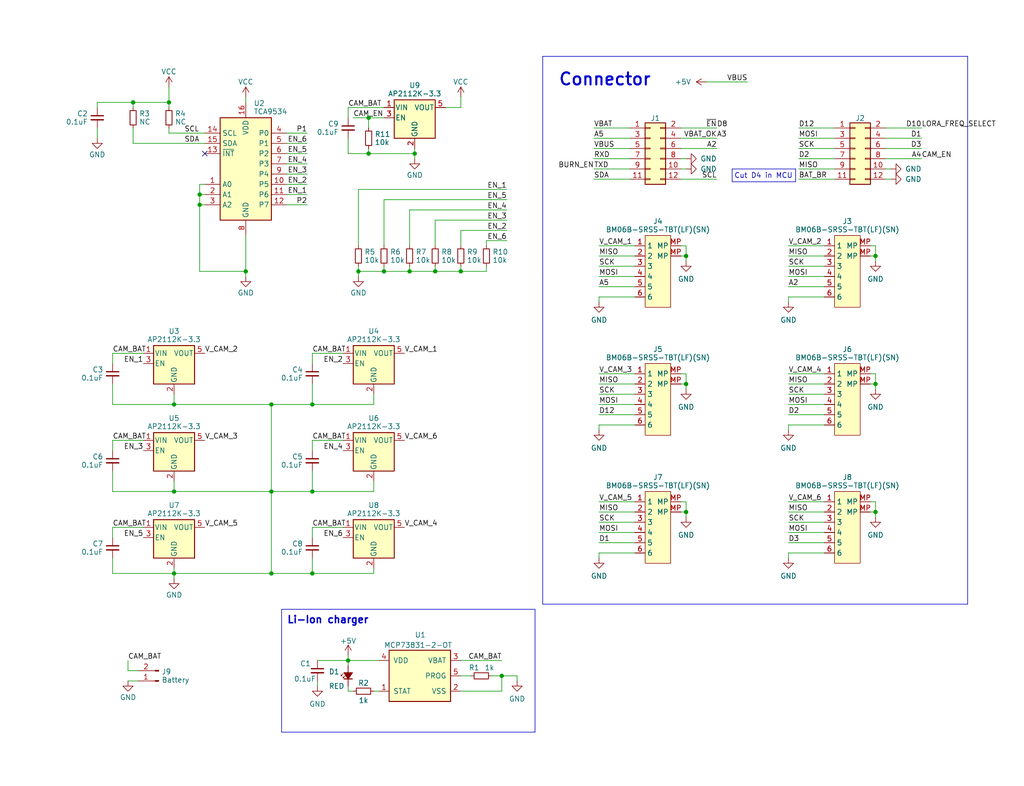
<source format=kicad_sch>
(kicad_sch (version 20230121) (generator eeschema)

  (uuid e63e39d7-6ac0-4ffd-8aa3-1841a4541b55)

  (paper "User" 254 194.996)

  (title_block
    (title "HexSense Svalbard - MCU module")
    (date "2023-05-25")
    (rev "V1")
    (company "MIT Media Lab")
    (comment 1 "Fangzheng Liu")
  )

  (lib_symbols
    (symbol "Battery_Management:MCP73831-2-OT" (pin_names (offset 1.016)) (in_bom yes) (on_board yes)
      (property "Reference" "U?" (at -1.27 8.89 0)
        (effects (font (size 1.27 1.27)) (justify left))
      )
      (property "Value" "MCP73831-2-OT" (at -8.89 6.35 0)
        (effects (font (size 1.27 1.27)) (justify left))
      )
      (property "Footprint" "Package_TO_SOT_SMD:SOT-23-5" (at -15.24 24.13 0)
        (effects (font (size 1.27 1.27) italic) (justify left) hide)
      )
      (property "Datasheet" "http://ww1.microchip.com/downloads/en/DeviceDoc/20001984g.pdf" (at -2.54 26.67 0)
        (effects (font (size 1.27 1.27)) hide)
      )
      (property "ki_keywords" "battery charger lithium" (at 0 0 0)
        (effects (font (size 1.27 1.27)) hide)
      )
      (property "ki_description" "Single cell, Li-Ion/Li-Po charge management controller, 4.20V, Tri-State Status Output, in SOT23-5 package" (at 0 0 0)
        (effects (font (size 1.27 1.27)) hide)
      )
      (property "ki_fp_filters" "SOT?23*" (at 0 0 0)
        (effects (font (size 1.27 1.27)) hide)
      )
      (symbol "MCP73831-2-OT_0_1"
        (rectangle (start -7.62 5.08) (end 7.62 -7.62)
          (stroke (width 0.254) (type default))
          (fill (type background))
        )
      )
      (symbol "MCP73831-2-OT_1_1"
        (pin output line (at -10.16 -5.08 0) (length 2.54)
          (name "STAT" (effects (font (size 1.27 1.27))))
          (number "1" (effects (font (size 1.27 1.27))))
        )
        (pin power_in line (at 10.16 -5.08 180) (length 2.54)
          (name "VSS" (effects (font (size 1.27 1.27))))
          (number "2" (effects (font (size 1.27 1.27))))
        )
        (pin power_out line (at 10.16 2.54 180) (length 2.54)
          (name "VBAT" (effects (font (size 1.27 1.27))))
          (number "3" (effects (font (size 1.27 1.27))))
        )
        (pin power_in line (at -10.16 2.54 0) (length 2.54)
          (name "VDD" (effects (font (size 1.27 1.27))))
          (number "4" (effects (font (size 1.27 1.27))))
        )
        (pin input line (at 10.16 -1.27 180) (length 2.54)
          (name "PROG" (effects (font (size 1.27 1.27))))
          (number "5" (effects (font (size 1.27 1.27))))
        )
      )
    )
    (symbol "Connector:Conn_01x02_Pin" (pin_names (offset 1.016) hide) (in_bom yes) (on_board yes)
      (property "Reference" "J" (at 0 2.54 0)
        (effects (font (size 1.27 1.27)))
      )
      (property "Value" "Conn_01x02_Pin" (at 0 -5.08 0)
        (effects (font (size 1.27 1.27)))
      )
      (property "Footprint" "" (at 0 0 0)
        (effects (font (size 1.27 1.27)) hide)
      )
      (property "Datasheet" "~" (at 0 0 0)
        (effects (font (size 1.27 1.27)) hide)
      )
      (property "ki_locked" "" (at 0 0 0)
        (effects (font (size 1.27 1.27)))
      )
      (property "ki_keywords" "connector" (at 0 0 0)
        (effects (font (size 1.27 1.27)) hide)
      )
      (property "ki_description" "Generic connector, single row, 01x02, script generated" (at 0 0 0)
        (effects (font (size 1.27 1.27)) hide)
      )
      (property "ki_fp_filters" "Connector*:*_1x??_*" (at 0 0 0)
        (effects (font (size 1.27 1.27)) hide)
      )
      (symbol "Conn_01x02_Pin_1_1"
        (polyline
          (pts
            (xy 1.27 -2.54)
            (xy 0.8636 -2.54)
          )
          (stroke (width 0.1524) (type default))
          (fill (type none))
        )
        (polyline
          (pts
            (xy 1.27 0)
            (xy 0.8636 0)
          )
          (stroke (width 0.1524) (type default))
          (fill (type none))
        )
        (rectangle (start 0.8636 -2.413) (end 0 -2.667)
          (stroke (width 0.1524) (type default))
          (fill (type outline))
        )
        (rectangle (start 0.8636 0.127) (end 0 -0.127)
          (stroke (width 0.1524) (type default))
          (fill (type outline))
        )
        (pin passive line (at 5.08 0 180) (length 3.81)
          (name "Pin_1" (effects (font (size 1.27 1.27))))
          (number "1" (effects (font (size 1.27 1.27))))
        )
        (pin passive line (at 5.08 -2.54 180) (length 3.81)
          (name "Pin_2" (effects (font (size 1.27 1.27))))
          (number "2" (effects (font (size 1.27 1.27))))
        )
      )
    )
    (symbol "Connector_Generic:Conn_02x06_Odd_Even" (pin_names (offset 1.016) hide) (in_bom yes) (on_board yes)
      (property "Reference" "J" (at 1.27 7.62 0)
        (effects (font (size 1.27 1.27)))
      )
      (property "Value" "Conn_02x06_Odd_Even" (at 1.27 -10.16 0)
        (effects (font (size 1.27 1.27)))
      )
      (property "Footprint" "" (at 0 0 0)
        (effects (font (size 1.27 1.27)) hide)
      )
      (property "Datasheet" "~" (at 0 0 0)
        (effects (font (size 1.27 1.27)) hide)
      )
      (property "ki_keywords" "connector" (at 0 0 0)
        (effects (font (size 1.27 1.27)) hide)
      )
      (property "ki_description" "Generic connector, double row, 02x06, odd/even pin numbering scheme (row 1 odd numbers, row 2 even numbers), script generated (kicad-library-utils/schlib/autogen/connector/)" (at 0 0 0)
        (effects (font (size 1.27 1.27)) hide)
      )
      (property "ki_fp_filters" "Connector*:*_2x??_*" (at 0 0 0)
        (effects (font (size 1.27 1.27)) hide)
      )
      (symbol "Conn_02x06_Odd_Even_1_1"
        (rectangle (start -1.27 -7.493) (end 0 -7.747)
          (stroke (width 0.1524) (type default))
          (fill (type none))
        )
        (rectangle (start -1.27 -4.953) (end 0 -5.207)
          (stroke (width 0.1524) (type default))
          (fill (type none))
        )
        (rectangle (start -1.27 -2.413) (end 0 -2.667)
          (stroke (width 0.1524) (type default))
          (fill (type none))
        )
        (rectangle (start -1.27 0.127) (end 0 -0.127)
          (stroke (width 0.1524) (type default))
          (fill (type none))
        )
        (rectangle (start -1.27 2.667) (end 0 2.413)
          (stroke (width 0.1524) (type default))
          (fill (type none))
        )
        (rectangle (start -1.27 5.207) (end 0 4.953)
          (stroke (width 0.1524) (type default))
          (fill (type none))
        )
        (rectangle (start -1.27 6.35) (end 3.81 -8.89)
          (stroke (width 0.254) (type default))
          (fill (type background))
        )
        (rectangle (start 3.81 -7.493) (end 2.54 -7.747)
          (stroke (width 0.1524) (type default))
          (fill (type none))
        )
        (rectangle (start 3.81 -4.953) (end 2.54 -5.207)
          (stroke (width 0.1524) (type default))
          (fill (type none))
        )
        (rectangle (start 3.81 -2.413) (end 2.54 -2.667)
          (stroke (width 0.1524) (type default))
          (fill (type none))
        )
        (rectangle (start 3.81 0.127) (end 2.54 -0.127)
          (stroke (width 0.1524) (type default))
          (fill (type none))
        )
        (rectangle (start 3.81 2.667) (end 2.54 2.413)
          (stroke (width 0.1524) (type default))
          (fill (type none))
        )
        (rectangle (start 3.81 5.207) (end 2.54 4.953)
          (stroke (width 0.1524) (type default))
          (fill (type none))
        )
        (pin passive line (at -5.08 5.08 0) (length 3.81)
          (name "Pin_1" (effects (font (size 1.27 1.27))))
          (number "1" (effects (font (size 1.27 1.27))))
        )
        (pin passive line (at 7.62 -5.08 180) (length 3.81)
          (name "Pin_10" (effects (font (size 1.27 1.27))))
          (number "10" (effects (font (size 1.27 1.27))))
        )
        (pin passive line (at -5.08 -7.62 0) (length 3.81)
          (name "Pin_11" (effects (font (size 1.27 1.27))))
          (number "11" (effects (font (size 1.27 1.27))))
        )
        (pin passive line (at 7.62 -7.62 180) (length 3.81)
          (name "Pin_12" (effects (font (size 1.27 1.27))))
          (number "12" (effects (font (size 1.27 1.27))))
        )
        (pin passive line (at 7.62 5.08 180) (length 3.81)
          (name "Pin_2" (effects (font (size 1.27 1.27))))
          (number "2" (effects (font (size 1.27 1.27))))
        )
        (pin passive line (at -5.08 2.54 0) (length 3.81)
          (name "Pin_3" (effects (font (size 1.27 1.27))))
          (number "3" (effects (font (size 1.27 1.27))))
        )
        (pin passive line (at 7.62 2.54 180) (length 3.81)
          (name "Pin_4" (effects (font (size 1.27 1.27))))
          (number "4" (effects (font (size 1.27 1.27))))
        )
        (pin passive line (at -5.08 0 0) (length 3.81)
          (name "Pin_5" (effects (font (size 1.27 1.27))))
          (number "5" (effects (font (size 1.27 1.27))))
        )
        (pin passive line (at 7.62 0 180) (length 3.81)
          (name "Pin_6" (effects (font (size 1.27 1.27))))
          (number "6" (effects (font (size 1.27 1.27))))
        )
        (pin passive line (at -5.08 -2.54 0) (length 3.81)
          (name "Pin_7" (effects (font (size 1.27 1.27))))
          (number "7" (effects (font (size 1.27 1.27))))
        )
        (pin passive line (at 7.62 -2.54 180) (length 3.81)
          (name "Pin_8" (effects (font (size 1.27 1.27))))
          (number "8" (effects (font (size 1.27 1.27))))
        )
        (pin passive line (at -5.08 -5.08 0) (length 3.81)
          (name "Pin_9" (effects (font (size 1.27 1.27))))
          (number "9" (effects (font (size 1.27 1.27))))
        )
      )
    )
    (symbol "Device:C_Small" (pin_numbers hide) (pin_names (offset 0.254) hide) (in_bom yes) (on_board yes)
      (property "Reference" "C" (at 0.254 1.778 0)
        (effects (font (size 1.27 1.27)) (justify left))
      )
      (property "Value" "C_Small" (at 0.254 -2.032 0)
        (effects (font (size 1.27 1.27)) (justify left))
      )
      (property "Footprint" "" (at 0 0 0)
        (effects (font (size 1.27 1.27)) hide)
      )
      (property "Datasheet" "~" (at 0 0 0)
        (effects (font (size 1.27 1.27)) hide)
      )
      (property "ki_keywords" "capacitor cap" (at 0 0 0)
        (effects (font (size 1.27 1.27)) hide)
      )
      (property "ki_description" "Unpolarized capacitor, small symbol" (at 0 0 0)
        (effects (font (size 1.27 1.27)) hide)
      )
      (property "ki_fp_filters" "C_*" (at 0 0 0)
        (effects (font (size 1.27 1.27)) hide)
      )
      (symbol "C_Small_0_1"
        (polyline
          (pts
            (xy -1.524 -0.508)
            (xy 1.524 -0.508)
          )
          (stroke (width 0.3302) (type default))
          (fill (type none))
        )
        (polyline
          (pts
            (xy -1.524 0.508)
            (xy 1.524 0.508)
          )
          (stroke (width 0.3048) (type default))
          (fill (type none))
        )
      )
      (symbol "C_Small_1_1"
        (pin passive line (at 0 2.54 270) (length 2.032)
          (name "~" (effects (font (size 1.27 1.27))))
          (number "1" (effects (font (size 1.27 1.27))))
        )
        (pin passive line (at 0 -2.54 90) (length 2.032)
          (name "~" (effects (font (size 1.27 1.27))))
          (number "2" (effects (font (size 1.27 1.27))))
        )
      )
    )
    (symbol "Device:LED_Small_Filled" (pin_numbers hide) (pin_names (offset 0.254) hide) (in_bom yes) (on_board yes)
      (property "Reference" "D" (at -1.27 3.175 0)
        (effects (font (size 1.27 1.27)) (justify left))
      )
      (property "Value" "LED_Small_Filled" (at -4.445 -2.54 0)
        (effects (font (size 1.27 1.27)) (justify left))
      )
      (property "Footprint" "" (at 0 0 90)
        (effects (font (size 1.27 1.27)) hide)
      )
      (property "Datasheet" "~" (at 0 0 90)
        (effects (font (size 1.27 1.27)) hide)
      )
      (property "ki_keywords" "LED diode light-emitting-diode" (at 0 0 0)
        (effects (font (size 1.27 1.27)) hide)
      )
      (property "ki_description" "Light emitting diode, small symbol, filled shape" (at 0 0 0)
        (effects (font (size 1.27 1.27)) hide)
      )
      (property "ki_fp_filters" "LED* LED_SMD:* LED_THT:*" (at 0 0 0)
        (effects (font (size 1.27 1.27)) hide)
      )
      (symbol "LED_Small_Filled_0_1"
        (polyline
          (pts
            (xy -0.762 -1.016)
            (xy -0.762 1.016)
          )
          (stroke (width 0.254) (type default))
          (fill (type none))
        )
        (polyline
          (pts
            (xy 1.016 0)
            (xy -0.762 0)
          )
          (stroke (width 0) (type default))
          (fill (type none))
        )
        (polyline
          (pts
            (xy 0.762 -1.016)
            (xy -0.762 0)
            (xy 0.762 1.016)
            (xy 0.762 -1.016)
          )
          (stroke (width 0.254) (type default))
          (fill (type outline))
        )
        (polyline
          (pts
            (xy 0 0.762)
            (xy -0.508 1.27)
            (xy -0.254 1.27)
            (xy -0.508 1.27)
            (xy -0.508 1.016)
          )
          (stroke (width 0) (type default))
          (fill (type none))
        )
        (polyline
          (pts
            (xy 0.508 1.27)
            (xy 0 1.778)
            (xy 0.254 1.778)
            (xy 0 1.778)
            (xy 0 1.524)
          )
          (stroke (width 0) (type default))
          (fill (type none))
        )
      )
      (symbol "LED_Small_Filled_1_1"
        (pin passive line (at -2.54 0 0) (length 1.778)
          (name "K" (effects (font (size 1.27 1.27))))
          (number "1" (effects (font (size 1.27 1.27))))
        )
        (pin passive line (at 2.54 0 180) (length 1.778)
          (name "A" (effects (font (size 1.27 1.27))))
          (number "2" (effects (font (size 1.27 1.27))))
        )
      )
    )
    (symbol "Device:R_Small" (pin_numbers hide) (pin_names (offset 0.254) hide) (in_bom yes) (on_board yes)
      (property "Reference" "R" (at 0.762 0.508 0)
        (effects (font (size 1.27 1.27)) (justify left))
      )
      (property "Value" "R_Small" (at 0.762 -1.016 0)
        (effects (font (size 1.27 1.27)) (justify left))
      )
      (property "Footprint" "" (at 0 0 0)
        (effects (font (size 1.27 1.27)) hide)
      )
      (property "Datasheet" "~" (at 0 0 0)
        (effects (font (size 1.27 1.27)) hide)
      )
      (property "ki_keywords" "R resistor" (at 0 0 0)
        (effects (font (size 1.27 1.27)) hide)
      )
      (property "ki_description" "Resistor, small symbol" (at 0 0 0)
        (effects (font (size 1.27 1.27)) hide)
      )
      (property "ki_fp_filters" "R_*" (at 0 0 0)
        (effects (font (size 1.27 1.27)) hide)
      )
      (symbol "R_Small_0_1"
        (rectangle (start -0.762 1.778) (end 0.762 -1.778)
          (stroke (width 0.2032) (type default))
          (fill (type none))
        )
      )
      (symbol "R_Small_1_1"
        (pin passive line (at 0 2.54 270) (length 0.762)
          (name "~" (effects (font (size 1.27 1.27))))
          (number "1" (effects (font (size 1.27 1.27))))
        )
        (pin passive line (at 0 -2.54 90) (length 0.762)
          (name "~" (effects (font (size 1.27 1.27))))
          (number "2" (effects (font (size 1.27 1.27))))
        )
      )
    )
    (symbol "Interface_Expansion:TCA9534" (in_bom yes) (on_board yes)
      (property "Reference" "U" (at -6.35 12.7 0)
        (effects (font (size 1.27 1.27)) (justify left))
      )
      (property "Value" "TCA9534" (at 2.54 12.7 0)
        (effects (font (size 1.27 1.27)) (justify left))
      )
      (property "Footprint" "" (at 24.13 -13.97 0)
        (effects (font (size 1.27 1.27)) hide)
      )
      (property "Datasheet" "http://www.ti.com/lit/ds/symlink/tca9534.pdf" (at 2.54 -2.54 0)
        (effects (font (size 1.27 1.27)) hide)
      )
      (property "ki_keywords" "SMBUS I2C Expander" (at 0 0 0)
        (effects (font (size 1.27 1.27)) hide)
      )
      (property "ki_description" "8 Bit Port/Expander, I2C SMBUS, Interrupt output, TSSOP-16, SOIC-16" (at 0 0 0)
        (effects (font (size 1.27 1.27)) hide)
      )
      (property "ki_fp_filters" "TSSOP*4.4x5mm*P0.65mm* SOIC*7.5x10.3mm*P1.27mm*" (at 0 0 0)
        (effects (font (size 1.27 1.27)) hide)
      )
      (symbol "TCA9534_0_1"
        (rectangle (start -6.35 -13.97) (end 6.35 11.43)
          (stroke (width 0.254) (type default))
          (fill (type background))
        )
      )
      (symbol "TCA9534_1_1"
        (pin input line (at -10.16 -5.08 0) (length 3.81)
          (name "A0" (effects (font (size 1.27 1.27))))
          (number "1" (effects (font (size 1.27 1.27))))
        )
        (pin bidirectional line (at 10.16 -5.08 180) (length 3.81)
          (name "P5" (effects (font (size 1.27 1.27))))
          (number "10" (effects (font (size 1.27 1.27))))
        )
        (pin bidirectional line (at 10.16 -7.62 180) (length 3.81)
          (name "P6" (effects (font (size 1.27 1.27))))
          (number "11" (effects (font (size 1.27 1.27))))
        )
        (pin bidirectional line (at 10.16 -10.16 180) (length 3.81)
          (name "P7" (effects (font (size 1.27 1.27))))
          (number "12" (effects (font (size 1.27 1.27))))
        )
        (pin open_collector line (at -10.16 2.54 0) (length 3.81)
          (name "~{INT}" (effects (font (size 1.27 1.27))))
          (number "13" (effects (font (size 1.27 1.27))))
        )
        (pin input line (at -10.16 7.62 0) (length 3.81)
          (name "SCL" (effects (font (size 1.27 1.27))))
          (number "14" (effects (font (size 1.27 1.27))))
        )
        (pin bidirectional line (at -10.16 5.08 0) (length 3.81)
          (name "SDA" (effects (font (size 1.27 1.27))))
          (number "15" (effects (font (size 1.27 1.27))))
        )
        (pin power_in line (at 0 15.24 270) (length 3.81)
          (name "VDD" (effects (font (size 1.27 1.27))))
          (number "16" (effects (font (size 1.27 1.27))))
        )
        (pin input line (at -10.16 -7.62 0) (length 3.81)
          (name "A1" (effects (font (size 1.27 1.27))))
          (number "2" (effects (font (size 1.27 1.27))))
        )
        (pin input line (at -10.16 -10.16 0) (length 3.81)
          (name "A2" (effects (font (size 1.27 1.27))))
          (number "3" (effects (font (size 1.27 1.27))))
        )
        (pin bidirectional line (at 10.16 7.62 180) (length 3.81)
          (name "P0" (effects (font (size 1.27 1.27))))
          (number "4" (effects (font (size 1.27 1.27))))
        )
        (pin bidirectional line (at 10.16 5.08 180) (length 3.81)
          (name "P1" (effects (font (size 1.27 1.27))))
          (number "5" (effects (font (size 1.27 1.27))))
        )
        (pin bidirectional line (at 10.16 2.54 180) (length 3.81)
          (name "P2" (effects (font (size 1.27 1.27))))
          (number "6" (effects (font (size 1.27 1.27))))
        )
        (pin bidirectional line (at 10.16 0 180) (length 3.81)
          (name "P3" (effects (font (size 1.27 1.27))))
          (number "7" (effects (font (size 1.27 1.27))))
        )
        (pin power_in line (at 0 -17.78 90) (length 3.81)
          (name "GND" (effects (font (size 1.27 1.27))))
          (number "8" (effects (font (size 1.27 1.27))))
        )
        (pin bidirectional line (at 10.16 -2.54 180) (length 3.81)
          (name "P4" (effects (font (size 1.27 1.27))))
          (number "9" (effects (font (size 1.27 1.27))))
        )
      )
    )
    (symbol "Mylib:BM06B-SURS-TF(LF)(SN)" (in_bom yes) (on_board yes)
      (property "Reference" "J" (at 0 6.35 0)
        (effects (font (size 1.27 1.27)))
      )
      (property "Value" "BM06B-SURS-TF(LF)(SN)" (at 0 3.81 0)
        (effects (font (size 1.27 1.27)))
      )
      (property "Footprint" "" (at 0 0 0)
        (effects (font (size 1.27 1.27)) hide)
      )
      (property "Datasheet" "" (at 0 0 0)
        (effects (font (size 1.27 1.27)) hide)
      )
      (symbol "BM06B-SURS-TF(LF)(SN)_0_1"
        (rectangle (start -2.54 2.54) (end 3.81 -15.24)
          (stroke (width 0.1524) (type default))
          (fill (type background))
        )
      )
      (symbol "BM06B-SURS-TF(LF)(SN)_1_1"
        (pin input line (at -5.08 0 0) (length 2.54)
          (name "1" (effects (font (size 1.27 1.27))))
          (number "1" (effects (font (size 1.27 1.27))))
        )
        (pin input line (at -5.08 -2.54 0) (length 2.54)
          (name "2" (effects (font (size 1.27 1.27))))
          (number "2" (effects (font (size 1.27 1.27))))
        )
        (pin input line (at -5.08 -5.08 0) (length 2.54)
          (name "3" (effects (font (size 1.27 1.27))))
          (number "3" (effects (font (size 1.27 1.27))))
        )
        (pin input line (at -5.08 -7.62 0) (length 2.54)
          (name "4" (effects (font (size 1.27 1.27))))
          (number "4" (effects (font (size 1.27 1.27))))
        )
        (pin input line (at -5.08 -10.16 0) (length 2.54)
          (name "5" (effects (font (size 1.27 1.27))))
          (number "5" (effects (font (size 1.27 1.27))))
        )
        (pin input line (at -5.08 -12.7 0) (length 2.54)
          (name "6" (effects (font (size 1.27 1.27))))
          (number "6" (effects (font (size 1.27 1.27))))
        )
        (pin input line (at 6.35 -2.54 180) (length 2.54)
          (name "MP" (effects (font (size 1.27 1.27))))
          (number "MP" (effects (font (size 1.27 1.27))))
        )
        (pin input line (at 6.35 0 180) (length 2.54)
          (name "MP" (effects (font (size 1.27 1.27))))
          (number "MP" (effects (font (size 1.27 1.27))))
        )
      )
    )
    (symbol "Regulator_Linear:AP2112K-3.3" (pin_names (offset 0.254)) (in_bom yes) (on_board yes)
      (property "Reference" "U" (at -5.08 5.715 0)
        (effects (font (size 1.27 1.27)) (justify left))
      )
      (property "Value" "AP2112K-3.3" (at 0 5.715 0)
        (effects (font (size 1.27 1.27)) (justify left))
      )
      (property "Footprint" "Package_TO_SOT_SMD:SOT-23-5" (at 0 8.255 0)
        (effects (font (size 1.27 1.27)) hide)
      )
      (property "Datasheet" "https://www.diodes.com/assets/Datasheets/AP2112.pdf" (at 0 2.54 0)
        (effects (font (size 1.27 1.27)) hide)
      )
      (property "ki_keywords" "linear regulator ldo fixed positive" (at 0 0 0)
        (effects (font (size 1.27 1.27)) hide)
      )
      (property "ki_description" "600mA low dropout linear regulator, with enable pin, 3.8V-6V input voltage range, 3.3V fixed positive output, SOT-23-5" (at 0 0 0)
        (effects (font (size 1.27 1.27)) hide)
      )
      (property "ki_fp_filters" "SOT?23?5*" (at 0 0 0)
        (effects (font (size 1.27 1.27)) hide)
      )
      (symbol "AP2112K-3.3_0_1"
        (rectangle (start -5.08 4.445) (end 5.08 -5.08)
          (stroke (width 0.254) (type default))
          (fill (type background))
        )
      )
      (symbol "AP2112K-3.3_1_1"
        (pin power_in line (at -7.62 2.54 0) (length 2.54)
          (name "VIN" (effects (font (size 1.27 1.27))))
          (number "1" (effects (font (size 1.27 1.27))))
        )
        (pin power_in line (at 0 -7.62 90) (length 2.54)
          (name "GND" (effects (font (size 1.27 1.27))))
          (number "2" (effects (font (size 1.27 1.27))))
        )
        (pin input line (at -7.62 0 0) (length 2.54)
          (name "EN" (effects (font (size 1.27 1.27))))
          (number "3" (effects (font (size 1.27 1.27))))
        )
        (pin no_connect line (at 5.08 0 180) (length 2.54) hide
          (name "NC" (effects (font (size 1.27 1.27))))
          (number "4" (effects (font (size 1.27 1.27))))
        )
        (pin power_out line (at 7.62 2.54 180) (length 2.54)
          (name "VOUT" (effects (font (size 1.27 1.27))))
          (number "5" (effects (font (size 1.27 1.27))))
        )
      )
    )
    (symbol "power:+5V" (power) (pin_names (offset 0)) (in_bom yes) (on_board yes)
      (property "Reference" "#PWR" (at 0 -3.81 0)
        (effects (font (size 1.27 1.27)) hide)
      )
      (property "Value" "+5V" (at 0 3.556 0)
        (effects (font (size 1.27 1.27)))
      )
      (property "Footprint" "" (at 0 0 0)
        (effects (font (size 1.27 1.27)) hide)
      )
      (property "Datasheet" "" (at 0 0 0)
        (effects (font (size 1.27 1.27)) hide)
      )
      (property "ki_keywords" "global power" (at 0 0 0)
        (effects (font (size 1.27 1.27)) hide)
      )
      (property "ki_description" "Power symbol creates a global label with name \"+5V\"" (at 0 0 0)
        (effects (font (size 1.27 1.27)) hide)
      )
      (symbol "+5V_0_1"
        (polyline
          (pts
            (xy -0.762 1.27)
            (xy 0 2.54)
          )
          (stroke (width 0) (type default))
          (fill (type none))
        )
        (polyline
          (pts
            (xy 0 0)
            (xy 0 2.54)
          )
          (stroke (width 0) (type default))
          (fill (type none))
        )
        (polyline
          (pts
            (xy 0 2.54)
            (xy 0.762 1.27)
          )
          (stroke (width 0) (type default))
          (fill (type none))
        )
      )
      (symbol "+5V_1_1"
        (pin power_in line (at 0 0 90) (length 0) hide
          (name "+5V" (effects (font (size 1.27 1.27))))
          (number "1" (effects (font (size 1.27 1.27))))
        )
      )
    )
    (symbol "power:GND" (power) (pin_names (offset 0)) (in_bom yes) (on_board yes)
      (property "Reference" "#PWR" (at 0 -6.35 0)
        (effects (font (size 1.27 1.27)) hide)
      )
      (property "Value" "GND" (at 0 -3.81 0)
        (effects (font (size 1.27 1.27)))
      )
      (property "Footprint" "" (at 0 0 0)
        (effects (font (size 1.27 1.27)) hide)
      )
      (property "Datasheet" "" (at 0 0 0)
        (effects (font (size 1.27 1.27)) hide)
      )
      (property "ki_keywords" "global power" (at 0 0 0)
        (effects (font (size 1.27 1.27)) hide)
      )
      (property "ki_description" "Power symbol creates a global label with name \"GND\" , ground" (at 0 0 0)
        (effects (font (size 1.27 1.27)) hide)
      )
      (symbol "GND_0_1"
        (polyline
          (pts
            (xy 0 0)
            (xy 0 -1.27)
            (xy 1.27 -1.27)
            (xy 0 -2.54)
            (xy -1.27 -1.27)
            (xy 0 -1.27)
          )
          (stroke (width 0) (type default))
          (fill (type none))
        )
      )
      (symbol "GND_1_1"
        (pin power_in line (at 0 0 270) (length 0) hide
          (name "GND" (effects (font (size 1.27 1.27))))
          (number "1" (effects (font (size 1.27 1.27))))
        )
      )
    )
    (symbol "power:VCC" (power) (pin_names (offset 0)) (in_bom yes) (on_board yes)
      (property "Reference" "#PWR" (at 0 -3.81 0)
        (effects (font (size 1.27 1.27)) hide)
      )
      (property "Value" "VCC" (at 0 3.81 0)
        (effects (font (size 1.27 1.27)))
      )
      (property "Footprint" "" (at 0 0 0)
        (effects (font (size 1.27 1.27)) hide)
      )
      (property "Datasheet" "" (at 0 0 0)
        (effects (font (size 1.27 1.27)) hide)
      )
      (property "ki_keywords" "global power" (at 0 0 0)
        (effects (font (size 1.27 1.27)) hide)
      )
      (property "ki_description" "Power symbol creates a global label with name \"VCC\"" (at 0 0 0)
        (effects (font (size 1.27 1.27)) hide)
      )
      (symbol "VCC_0_1"
        (polyline
          (pts
            (xy -0.762 1.27)
            (xy 0 2.54)
          )
          (stroke (width 0) (type default))
          (fill (type none))
        )
        (polyline
          (pts
            (xy 0 0)
            (xy 0 2.54)
          )
          (stroke (width 0) (type default))
          (fill (type none))
        )
        (polyline
          (pts
            (xy 0 2.54)
            (xy 0.762 1.27)
          )
          (stroke (width 0) (type default))
          (fill (type none))
        )
      )
      (symbol "VCC_1_1"
        (pin power_in line (at 0 0 90) (length 0) hide
          (name "VCC" (effects (font (size 1.27 1.27))))
          (number "1" (effects (font (size 1.27 1.27))))
        )
      )
    )
  )

  (junction (at 95.25 67.31) (diameter 0) (color 0 0 0 0)
    (uuid 00dc4bcb-8a73-4439-a7bb-bf3ced27f5a2)
  )
  (junction (at 217.17 63.5) (diameter 0) (color 0 0 0 0)
    (uuid 050be414-1ded-41b5-80fb-90dd48e1504f)
  )
  (junction (at 67.31 100.33) (diameter 0) (color 0 0 0 0)
    (uuid 184195ff-223f-4c26-aa9d-cf9a443b715a)
  )
  (junction (at 33.02 25.4) (diameter 0) (color 0 0 0 0)
    (uuid 2ba0590a-429d-45a0-9af2-4b78279fd32b)
  )
  (junction (at 86.36 163.83) (diameter 0) (color 0 0 0 0)
    (uuid 2f32f24a-a8c4-4d74-90d4-4591aaae29c7)
  )
  (junction (at 67.31 121.92) (diameter 0) (color 0 0 0 0)
    (uuid 3119df45-4b99-4da0-a296-3bd3efd49c7c)
  )
  (junction (at 67.31 142.24) (diameter 0) (color 0 0 0 0)
    (uuid 3e556823-3881-4bd6-a555-2396662b1dbf)
  )
  (junction (at 77.47 100.33) (diameter 0) (color 0 0 0 0)
    (uuid 482b8f69-2f37-4e91-92bc-7fc40543ad78)
  )
  (junction (at 60.96 67.31) (diameter 0) (color 0 0 0 0)
    (uuid 4c6f1478-63c6-4bd8-ab08-5140603dc70e)
  )
  (junction (at 114.3 67.31) (diameter 0) (color 0 0 0 0)
    (uuid 55c03e02-d64d-45ff-80bc-bda40675a9a4)
  )
  (junction (at 170.18 63.5) (diameter 0) (color 0 0 0 0)
    (uuid 5c9b1ac9-0d8b-49cb-ba39-0a274704d8fa)
  )
  (junction (at 102.87 38.1) (diameter 0) (color 0 0 0 0)
    (uuid 620dd222-c7e6-44f0-9e4c-7a41603b81ef)
  )
  (junction (at 170.18 127) (diameter 0) (color 0 0 0 0)
    (uuid 6f491a89-dedc-4249-84b8-dd630d1bd78a)
  )
  (junction (at 49.53 48.26) (diameter 0) (color 0 0 0 0)
    (uuid 7f38f87c-acdb-40b2-8c3b-978977b9dcb0)
  )
  (junction (at 91.44 38.1) (diameter 0) (color 0 0 0 0)
    (uuid 7fb90d80-bdca-40b3-86b0-ec6e140f407a)
  )
  (junction (at 77.47 121.92) (diameter 0) (color 0 0 0 0)
    (uuid 80c146e2-c096-4850-b50c-0bd3577bf98e)
  )
  (junction (at 107.95 67.31) (diameter 0) (color 0 0 0 0)
    (uuid 836c0fbb-80df-4f41-be23-f81b1ae0fa9e)
  )
  (junction (at 88.9 67.31) (diameter 0) (color 0 0 0 0)
    (uuid 86478380-8883-4311-aa06-ce91c5b6debf)
  )
  (junction (at 217.17 127) (diameter 0) (color 0 0 0 0)
    (uuid 90b77149-ee88-4d83-b25f-59ef4d68a449)
  )
  (junction (at 91.44 29.21) (diameter 0) (color 0 0 0 0)
    (uuid 93ef91c9-c863-4e83-9636-40827c1ccbb2)
  )
  (junction (at 170.18 95.25) (diameter 0) (color 0 0 0 0)
    (uuid 9f55d8bf-960e-4aa4-8dc4-605ee38ef177)
  )
  (junction (at 77.47 142.24) (diameter 0) (color 0 0 0 0)
    (uuid adb1bfc1-61d8-4ce1-91da-0c762a48299b)
  )
  (junction (at 124.46 167.64) (diameter 0) (color 0 0 0 0)
    (uuid d2417730-aec6-4782-9352-a9b863b492c9)
  )
  (junction (at 43.18 142.24) (diameter 0) (color 0 0 0 0)
    (uuid d38f299c-8fc5-4a05-8e86-f38528f08153)
  )
  (junction (at 43.18 100.33) (diameter 0) (color 0 0 0 0)
    (uuid d5b007f5-6373-424e-ae1f-2ab80e0aae96)
  )
  (junction (at 217.17 95.25) (diameter 0) (color 0 0 0 0)
    (uuid d6e8159f-705e-43d4-ba0d-525413c5833f)
  )
  (junction (at 41.91 25.4) (diameter 0) (color 0 0 0 0)
    (uuid d9a2ac60-7239-4fc8-ae6c-f05b042065e8)
  )
  (junction (at 43.18 121.92) (diameter 0) (color 0 0 0 0)
    (uuid de096ed1-faba-464e-bf9a-114929809591)
  )
  (junction (at 101.6 67.31) (diameter 0) (color 0 0 0 0)
    (uuid effa89aa-9f4e-4fb6-973a-c275b84e1d5a)
  )
  (junction (at 49.53 50.8) (diameter 0) (color 0 0 0 0)
    (uuid f92d20a6-1924-4f97-a820-6a90087c637c)
  )

  (no_connect (at 50.8 38.1) (uuid 1d104683-7bcf-4f8b-8622-3c0ad0375806))

  (wire (pts (xy 77.47 100.33) (xy 92.71 100.33))
    (stroke (width 0) (type default))
    (uuid 00bb75d8-4091-4cff-8b6e-621f2cad78e5)
  )
  (wire (pts (xy 195.58 134.62) (xy 204.47 134.62))
    (stroke (width 0) (type default))
    (uuid 01535718-ab38-4879-9a1f-17f054c566d0)
  )
  (wire (pts (xy 217.17 60.96) (xy 217.17 63.5))
    (stroke (width 0) (type default))
    (uuid 04081d1a-45bd-46a1-ab14-91b89cf998ae)
  )
  (wire (pts (xy 170.18 95.25) (xy 170.18 96.52))
    (stroke (width 0) (type default))
    (uuid 049f6b10-51bb-449b-9eca-54dd7ea4a4a5)
  )
  (wire (pts (xy 27.94 90.17) (xy 27.94 87.63))
    (stroke (width 0) (type default))
    (uuid 05bdf4fb-d798-47f8-a879-e9fb6397dd13)
  )
  (wire (pts (xy 27.94 130.81) (xy 35.56 130.81))
    (stroke (width 0) (type default))
    (uuid 07eed525-f624-4886-895d-c8c10d136585)
  )
  (wire (pts (xy 86.36 29.21) (xy 86.36 26.67))
    (stroke (width 0) (type default))
    (uuid 08f9aa60-8749-424c-aecf-7c433bf4a1d5)
  )
  (polyline (pts (xy 134.62 68.58) (xy 134.62 149.86))
    (stroke (width 0) (type default))
    (uuid 095a5298-c86a-465b-98a6-5913b517f78f)
  )

  (wire (pts (xy 195.58 68.58) (xy 204.47 68.58))
    (stroke (width 0) (type default))
    (uuid 0cbec1f6-b587-49b3-a7f3-9d250a849d3a)
  )
  (wire (pts (xy 148.59 102.87) (xy 157.48 102.87))
    (stroke (width 0) (type default))
    (uuid 0d338880-8185-46c7-b95a-4539e7d37dd1)
  )
  (wire (pts (xy 121.92 167.64) (xy 124.46 167.64))
    (stroke (width 0) (type default))
    (uuid 0d46e55f-3166-4a58-a9c5-b34ce1a31caf)
  )
  (wire (pts (xy 148.59 63.5) (xy 157.48 63.5))
    (stroke (width 0) (type default))
    (uuid 0d8ca1a1-fe74-49e7-9c31-463bb085eb6e)
  )
  (wire (pts (xy 50.8 48.26) (xy 49.53 48.26))
    (stroke (width 0) (type default))
    (uuid 0ec7939f-12b1-4eea-a081-850c7d8737ca)
  )
  (wire (pts (xy 124.46 167.64) (xy 124.46 171.45))
    (stroke (width 0) (type default))
    (uuid 0ef148a9-bd83-4770-8337-887f946e8083)
  )
  (wire (pts (xy 198.12 41.91) (xy 207.01 41.91))
    (stroke (width 0) (type default))
    (uuid 0fa9183f-5369-426b-9498-5645797922df)
  )
  (wire (pts (xy 86.36 34.29) (xy 86.36 38.1))
    (stroke (width 0) (type default))
    (uuid 1015a498-4b6e-472b-8471-a69133b25874)
  )
  (wire (pts (xy 27.94 142.24) (xy 43.18 142.24))
    (stroke (width 0) (type default))
    (uuid 104e175a-ddc1-4de4-9ae2-9b6ffd8f636b)
  )
  (wire (pts (xy 168.91 60.96) (xy 170.18 60.96))
    (stroke (width 0) (type default))
    (uuid 10ba0200-72fa-429f-b617-3c033b70f2e2)
  )
  (wire (pts (xy 195.58 105.41) (xy 195.58 106.68))
    (stroke (width 0) (type default))
    (uuid 10eaadb0-ba8f-4528-bfde-2b7604a3d219)
  )
  (wire (pts (xy 148.59 68.58) (xy 157.48 68.58))
    (stroke (width 0) (type default))
    (uuid 1130e8c0-1319-449d-b97a-4be76640f82b)
  )
  (wire (pts (xy 43.18 142.24) (xy 67.31 142.24))
    (stroke (width 0) (type default))
    (uuid 1275b6ab-6540-4290-9a5e-4bd76f7f210c)
  )
  (wire (pts (xy 24.13 25.4) (xy 33.02 25.4))
    (stroke (width 0) (type default))
    (uuid 1282ba83-1e9d-41ca-9e08-72816eab6238)
  )
  (wire (pts (xy 34.29 166.37) (xy 31.75 166.37))
    (stroke (width 0) (type default))
    (uuid 13b12a9e-7837-4cd6-a62d-2622cd961c5a)
  )
  (wire (pts (xy 77.47 109.22) (xy 85.09 109.22))
    (stroke (width 0) (type default))
    (uuid 1408b886-e69e-48e1-94cc-f201e0778b45)
  )
  (wire (pts (xy 128.27 168.91) (xy 128.27 167.64))
    (stroke (width 0) (type default))
    (uuid 16006bba-d47e-414b-ba2c-ea1f35913dba)
  )
  (wire (pts (xy 77.47 138.43) (xy 77.47 142.24))
    (stroke (width 0) (type default))
    (uuid 17efbda3-42c7-4c0e-a557-6ec3753ad695)
  )
  (wire (pts (xy 50.8 45.72) (xy 49.53 45.72))
    (stroke (width 0) (type default))
    (uuid 198f3160-fd09-4fd0-aefc-a5fd31de6202)
  )
  (wire (pts (xy 41.91 21.59) (xy 41.91 25.4))
    (stroke (width 0) (type default))
    (uuid 1999efe6-716b-4733-b966-ae21fe9f83be)
  )
  (wire (pts (xy 148.59 127) (xy 157.48 127))
    (stroke (width 0) (type default))
    (uuid 19ff5f2f-e897-4697-bf27-10bfc644fda8)
  )
  (wire (pts (xy 148.59 71.12) (xy 157.48 71.12))
    (stroke (width 0) (type default))
    (uuid 1cb7f198-db65-4e5c-8352-6dfd5e6e701f)
  )
  (wire (pts (xy 195.58 71.12) (xy 204.47 71.12))
    (stroke (width 0) (type default))
    (uuid 1cf27dcc-ef33-4b52-8d70-bcbd61e27732)
  )
  (wire (pts (xy 71.12 50.8) (xy 76.2 50.8))
    (stroke (width 0) (type default))
    (uuid 1d53edd0-99ab-468a-88e9-7ec2266ae047)
  )
  (wire (pts (xy 219.71 41.91) (xy 220.98 41.91))
    (stroke (width 0) (type default))
    (uuid 1d632da4-c543-4d80-b642-0354a56e2d07)
  )
  (wire (pts (xy 88.9 67.31) (xy 88.9 68.58))
    (stroke (width 0) (type default))
    (uuid 1faeaf3a-916d-45b5-8d20-9a51bb15ad60)
  )
  (wire (pts (xy 60.96 58.42) (xy 60.96 67.31))
    (stroke (width 0) (type default))
    (uuid 20337885-e58f-436a-8f1b-f9a82156c288)
  )
  (wire (pts (xy 27.94 116.84) (xy 27.94 121.92))
    (stroke (width 0) (type default))
    (uuid 20f34074-a68f-4c76-85ff-700c55e025b1)
  )
  (wire (pts (xy 168.91 41.91) (xy 170.18 41.91))
    (stroke (width 0) (type default))
    (uuid 22bff00e-e419-4092-a2b8-c1f232a8e641)
  )
  (wire (pts (xy 114.3 57.15) (xy 125.73 57.15))
    (stroke (width 0) (type default))
    (uuid 235e88e8-6cef-4b3d-a72c-2f4b9924d4bf)
  )
  (wire (pts (xy 78.74 168.91) (xy 78.74 170.18))
    (stroke (width 0) (type default))
    (uuid 244f01e0-b674-4f6c-9957-adedd27119d4)
  )
  (wire (pts (xy 168.91 92.71) (xy 170.18 92.71))
    (stroke (width 0) (type default))
    (uuid 260d12c3-6827-4476-9820-c82c642be849)
  )
  (wire (pts (xy 148.59 92.71) (xy 157.48 92.71))
    (stroke (width 0) (type default))
    (uuid 27a993ad-428c-47e4-a3b6-331e0e5399ad)
  )
  (wire (pts (xy 77.47 95.25) (xy 77.47 100.33))
    (stroke (width 0) (type default))
    (uuid 287f96ec-710b-4bbb-b740-07e7fe850376)
  )
  (wire (pts (xy 33.02 35.56) (xy 50.8 35.56))
    (stroke (width 0) (type default))
    (uuid 29f43d3a-3c7e-42c5-abf1-955d7af921aa)
  )
  (wire (pts (xy 95.25 49.53) (xy 95.25 60.96))
    (stroke (width 0) (type default))
    (uuid 2a1fe2a3-c49d-4e2b-bd19-29f7439b56ba)
  )
  (wire (pts (xy 195.58 97.79) (xy 204.47 97.79))
    (stroke (width 0) (type default))
    (uuid 2a39aa30-e51e-4dd7-bbeb-29d357c754e5)
  )
  (wire (pts (xy 195.58 95.25) (xy 204.47 95.25))
    (stroke (width 0) (type default))
    (uuid 2ab9266e-d75f-489d-9c6a-4f56873a8d62)
  )
  (wire (pts (xy 67.31 121.92) (xy 77.47 121.92))
    (stroke (width 0) (type default))
    (uuid 2aef9f49-a9fc-440e-b137-0c59d92c222c)
  )
  (polyline (pts (xy 197.358 41.91) (xy 197.358 44.958))
    (stroke (width 0) (type default))
    (uuid 2c4318f3-9a09-4cb2-80be-7294fde9c374)
  )

  (wire (pts (xy 71.12 38.1) (xy 76.2 38.1))
    (stroke (width 0) (type default))
    (uuid 2db7230b-39d2-429c-81d5-3f0f84e65e85)
  )
  (wire (pts (xy 148.59 100.33) (xy 157.48 100.33))
    (stroke (width 0) (type default))
    (uuid 3321ba3a-3705-48f9-a7b8-ca6136c03f2d)
  )
  (wire (pts (xy 147.32 31.75) (xy 156.21 31.75))
    (stroke (width 0) (type default))
    (uuid 3367972f-528d-4624-89f4-0b3b2f6850f4)
  )
  (wire (pts (xy 86.36 38.1) (xy 91.44 38.1))
    (stroke (width 0) (type default))
    (uuid 33db8e53-8f3a-4858-abe0-26cada666d6a)
  )
  (wire (pts (xy 92.71 100.33) (xy 92.71 97.79))
    (stroke (width 0) (type default))
    (uuid 33e9f730-a91b-4fbe-bdf6-6dabd5b242d8)
  )
  (wire (pts (xy 86.36 171.45) (xy 87.63 171.45))
    (stroke (width 0) (type default))
    (uuid 35b0c0c8-57e7-48ad-8d44-cbe58f0d572e)
  )
  (wire (pts (xy 60.96 67.31) (xy 60.96 68.58))
    (stroke (width 0) (type default))
    (uuid 3afa2d95-e04b-4fc1-88cd-28016db0a8da)
  )
  (wire (pts (xy 198.12 34.29) (xy 207.01 34.29))
    (stroke (width 0) (type default))
    (uuid 3f343929-cf20-4bbe-a9de-dd217b905843)
  )
  (wire (pts (xy 217.17 127) (xy 217.17 128.27))
    (stroke (width 0) (type default))
    (uuid 3fa0df89-b065-4d0d-a36c-e20529e7a373)
  )
  (wire (pts (xy 77.47 111.76) (xy 77.47 109.22))
    (stroke (width 0) (type default))
    (uuid 3fb14e9c-45ae-45af-aa14-076e85d344a0)
  )
  (wire (pts (xy 120.65 67.31) (xy 120.65 66.04))
    (stroke (width 0) (type default))
    (uuid 4013ba48-7c9b-4e71-836d-81b9f7621ef8)
  )
  (wire (pts (xy 195.58 132.08) (xy 204.47 132.08))
    (stroke (width 0) (type default))
    (uuid 4315cd49-fa67-4171-bb4d-e106ea4351a5)
  )
  (wire (pts (xy 128.27 167.64) (xy 124.46 167.64))
    (stroke (width 0) (type default))
    (uuid 44d02724-2aa9-48c6-a81f-cdcc3fe5f954)
  )
  (wire (pts (xy 148.59 105.41) (xy 157.48 105.41))
    (stroke (width 0) (type default))
    (uuid 46dc98b5-c854-41c7-aa01-acab468d9200)
  )
  (polyline (pts (xy 240.03 68.58) (xy 240.03 149.86))
    (stroke (width 0) (type default))
    (uuid 4cd877f2-de11-4b0d-9360-3e3ed7b50b0d)
  )

  (wire (pts (xy 170.18 63.5) (xy 170.18 64.77))
    (stroke (width 0) (type default))
    (uuid 4e34c82f-5f08-4158-bfb2-52d6ba18e64b)
  )
  (wire (pts (xy 195.58 92.71) (xy 204.47 92.71))
    (stroke (width 0) (type default))
    (uuid 4f9c9ca8-3d34-45f2-aaff-e91217299bb7)
  )
  (polyline (pts (xy 69.85 151.13) (xy 69.85 181.61))
    (stroke (width 0) (type default))
    (uuid 4fb751b1-88d6-45d3-af21-5c006f7d1f17)
  )

  (wire (pts (xy 43.18 119.38) (xy 43.18 121.92))
    (stroke (width 0) (type default))
    (uuid 502efba1-2a73-4da1-bc3f-84a7de9be666)
  )
  (wire (pts (xy 148.59 132.08) (xy 157.48 132.08))
    (stroke (width 0) (type default))
    (uuid 51410703-daa6-49e1-b184-42231593c34b)
  )
  (wire (pts (xy 86.36 170.18) (xy 86.36 171.45))
    (stroke (width 0) (type default))
    (uuid 520c6ae9-b11b-41a1-a31b-280c49fb4c59)
  )
  (wire (pts (xy 195.58 137.16) (xy 204.47 137.16))
    (stroke (width 0) (type default))
    (uuid 53c944df-07d8-4d21-8cc3-fc7126af76e2)
  )
  (wire (pts (xy 88.9 67.31) (xy 95.25 67.31))
    (stroke (width 0) (type default))
    (uuid 5472736d-933a-43b1-b660-97efbc82bad8)
  )
  (wire (pts (xy 77.47 130.81) (xy 85.09 130.81))
    (stroke (width 0) (type default))
    (uuid 562a254b-519d-4521-a173-8002931209c9)
  )
  (wire (pts (xy 77.47 121.92) (xy 92.71 121.92))
    (stroke (width 0) (type default))
    (uuid 56332a4b-1193-4a96-b16f-ba20141f30dd)
  )
  (wire (pts (xy 147.32 44.45) (xy 156.21 44.45))
    (stroke (width 0) (type default))
    (uuid 5644d770-110b-4322-a561-85e83bfe8b36)
  )
  (wire (pts (xy 91.44 38.1) (xy 102.87 38.1))
    (stroke (width 0) (type default))
    (uuid 57691734-a177-44fd-9b28-ed89b007f21c)
  )
  (wire (pts (xy 195.58 73.66) (xy 204.47 73.66))
    (stroke (width 0) (type default))
    (uuid 58170241-eb01-42d1-9e5a-966295842359)
  )
  (wire (pts (xy 77.47 116.84) (xy 77.47 121.92))
    (stroke (width 0) (type default))
    (uuid 5aa79168-545c-4f8c-aa78-c75e6cb62e86)
  )
  (wire (pts (xy 24.13 31.75) (xy 24.13 34.29))
    (stroke (width 0) (type default))
    (uuid 5acb3c8d-1a35-4e00-a318-3147e2ce9b09)
  )
  (wire (pts (xy 41.91 31.75) (xy 41.91 33.02))
    (stroke (width 0) (type default))
    (uuid 5b451a17-fed0-4ecf-a231-94aebaf5d1c1)
  )
  (wire (pts (xy 114.3 67.31) (xy 120.65 67.31))
    (stroke (width 0) (type default))
    (uuid 5b7271ba-b3e6-4367-8fee-4da725a6b92d)
  )
  (polyline (pts (xy 134.62 13.97) (xy 134.62 68.58))
    (stroke (width 0) (type default))
    (uuid 5bebda4e-b5da-48c2-ac93-396c4bf2e3fd)
  )

  (wire (pts (xy 195.58 129.54) (xy 204.47 129.54))
    (stroke (width 0) (type default))
    (uuid 5ca0a5cd-4f82-4d76-9f64-c23593965452)
  )
  (wire (pts (xy 91.44 36.83) (xy 91.44 38.1))
    (stroke (width 0) (type default))
    (uuid 5d500e9b-8b99-43f8-b0a6-1f0a3a490f8a)
  )
  (wire (pts (xy 31.75 163.83) (xy 31.75 166.37))
    (stroke (width 0) (type default))
    (uuid 5dc58375-a12c-46dc-a79f-1108d48c075e)
  )
  (wire (pts (xy 101.6 67.31) (xy 107.95 67.31))
    (stroke (width 0) (type default))
    (uuid 5e824b40-7c8d-49b7-a9fe-6146deb3d014)
  )
  (wire (pts (xy 76.2 48.26) (xy 71.12 48.26))
    (stroke (width 0) (type default))
    (uuid 6183f42e-4b39-47c9-adf4-751aa7622730)
  )
  (wire (pts (xy 147.32 39.37) (xy 156.21 39.37))
    (stroke (width 0) (type default))
    (uuid 62d8155c-ac7e-4eef-9fd9-aecdad28d29c)
  )
  (wire (pts (xy 219.71 39.37) (xy 228.6 39.37))
    (stroke (width 0) (type default))
    (uuid 640f9653-4ed5-42e7-bbea-eab563e0845a)
  )
  (wire (pts (xy 49.53 45.72) (xy 49.53 48.26))
    (stroke (width 0) (type default))
    (uuid 652f7205-730b-4a73-9055-5ef2655adfd1)
  )
  (wire (pts (xy 27.94 138.43) (xy 27.94 142.24))
    (stroke (width 0) (type default))
    (uuid 693d0673-c911-41f7-9c12-cca347823348)
  )
  (wire (pts (xy 86.36 26.67) (xy 95.25 26.67))
    (stroke (width 0) (type default))
    (uuid 6f8793a1-2637-41ae-9ea1-a49396840eea)
  )
  (wire (pts (xy 215.9 60.96) (xy 217.17 60.96))
    (stroke (width 0) (type default))
    (uuid 6fdc9cf4-c0e6-47a0-9939-dcb75fa2ed58)
  )
  (wire (pts (xy 175.26 20.32) (xy 185.42 20.32))
    (stroke (width 0) (type default))
    (uuid 710eb554-dca1-48a5-872b-85c05870feb8)
  )
  (wire (pts (xy 114.3 67.31) (xy 107.95 67.31))
    (stroke (width 0) (type default))
    (uuid 74e6e93b-d1d8-4c4a-a32f-74cdadba8264)
  )
  (wire (pts (xy 195.58 66.04) (xy 204.47 66.04))
    (stroke (width 0) (type default))
    (uuid 75e8692a-87b4-4466-b3db-a30c13125071)
  )
  (wire (pts (xy 33.02 25.4) (xy 41.91 25.4))
    (stroke (width 0) (type default))
    (uuid 782e66b5-78b4-4214-9834-092ee76ab65e)
  )
  (wire (pts (xy 114.3 167.64) (xy 116.84 167.64))
    (stroke (width 0) (type default))
    (uuid 7a0be52b-5c75-447f-a149-e2ca78b4b891)
  )
  (wire (pts (xy 43.18 142.24) (xy 43.18 143.51))
    (stroke (width 0) (type default))
    (uuid 7b55d92b-5133-4846-9ae1-bf6fc166b90d)
  )
  (wire (pts (xy 43.18 100.33) (xy 67.31 100.33))
    (stroke (width 0) (type default))
    (uuid 7c429220-b842-45e9-aac8-08b58f11f78d)
  )
  (wire (pts (xy 41.91 25.4) (xy 41.91 26.67))
    (stroke (width 0) (type default))
    (uuid 7cdfcc3a-b8b2-475a-883d-85786dc6b51d)
  )
  (wire (pts (xy 148.59 137.16) (xy 148.59 138.43))
    (stroke (width 0) (type default))
    (uuid 7effdd93-7f4a-477e-b125-99b77df43087)
  )
  (wire (pts (xy 215.9 127) (xy 217.17 127))
    (stroke (width 0) (type default))
    (uuid 8257ad30-6d57-493d-a5e9-ef549d733e4c)
  )
  (wire (pts (xy 24.13 25.4) (xy 24.13 26.67))
    (stroke (width 0) (type default))
    (uuid 84448d0d-79bc-405b-897a-08037c444a29)
  )
  (wire (pts (xy 78.74 163.83) (xy 86.36 163.83))
    (stroke (width 0) (type default))
    (uuid 84edde3c-bf84-4e3e-8be9-7ea835c32502)
  )
  (polyline (pts (xy 134.62 13.97) (xy 240.03 13.97))
    (stroke (width 0) (type default))
    (uuid 87e5f432-bb64-491c-8ee2-a5cebd1952e2)
  )

  (wire (pts (xy 217.17 124.46) (xy 217.17 127))
    (stroke (width 0) (type default))
    (uuid 882992b9-0a80-444c-b1c6-28453d9290cb)
  )
  (wire (pts (xy 219.71 31.75) (xy 228.6 31.75))
    (stroke (width 0) (type default))
    (uuid 885e6c63-c79d-42e9-b6d0-2a7504f5ceb0)
  )
  (wire (pts (xy 71.12 43.18) (xy 76.2 43.18))
    (stroke (width 0) (type default))
    (uuid 8a263c91-8d5d-4fac-9310-d53fddf1dd7b)
  )
  (wire (pts (xy 71.12 33.02) (xy 76.2 33.02))
    (stroke (width 0) (type default))
    (uuid 8cdcec91-90da-4011-ab20-de464b207590)
  )
  (wire (pts (xy 92.71 119.38) (xy 92.71 121.92))
    (stroke (width 0) (type default))
    (uuid 8d01c740-35cf-46e3-9dc0-cbb4ededaa52)
  )
  (wire (pts (xy 170.18 124.46) (xy 170.18 127))
    (stroke (width 0) (type default))
    (uuid 8e48d5ef-95b5-405a-967f-eea5bb6bf953)
  )
  (wire (pts (xy 125.73 49.53) (xy 95.25 49.53))
    (stroke (width 0) (type default))
    (uuid 8e5350f8-0f27-4d20-9bba-ffb38fa4b206)
  )
  (wire (pts (xy 67.31 121.92) (xy 67.31 142.24))
    (stroke (width 0) (type default))
    (uuid 8fdfbdc0-19bd-4534-b210-034723011283)
  )
  (wire (pts (xy 92.71 142.24) (xy 92.71 140.97))
    (stroke (width 0) (type default))
    (uuid 93ce0a40-3e21-4de4-b304-60c804bcbeef)
  )
  (wire (pts (xy 27.94 133.35) (xy 27.94 130.81))
    (stroke (width 0) (type default))
    (uuid 9780f556-5142-4e5a-bd47-6b6c2e78c9b9)
  )
  (wire (pts (xy 195.58 73.66) (xy 195.58 74.93))
    (stroke (width 0) (type default))
    (uuid 97865282-2c72-471e-9f38-ff29b41f6cce)
  )
  (wire (pts (xy 215.9 92.71) (xy 217.17 92.71))
    (stroke (width 0) (type default))
    (uuid 9aa7c426-faac-42c9-8463-34fdc5710c77)
  )
  (wire (pts (xy 77.47 90.17) (xy 77.47 87.63))
    (stroke (width 0) (type default))
    (uuid 9ab8ecc9-0cae-4dff-b320-f2150cc945ae)
  )
  (wire (pts (xy 95.25 67.31) (xy 101.6 67.31))
    (stroke (width 0) (type default))
    (uuid 9aca6801-2ea6-4a4f-ab75-9aedf3477b26)
  )
  (wire (pts (xy 148.59 95.25) (xy 157.48 95.25))
    (stroke (width 0) (type default))
    (uuid a248d344-5de9-4374-b04f-828122acbe8b)
  )
  (wire (pts (xy 101.6 52.07) (xy 125.73 52.07))
    (stroke (width 0) (type default))
    (uuid a434163a-fbab-4bb6-9698-6373db65c740)
  )
  (wire (pts (xy 49.53 48.26) (xy 49.53 50.8))
    (stroke (width 0) (type default))
    (uuid a4f278d7-42ef-477d-9a21-a06ce3ed9825)
  )
  (wire (pts (xy 195.58 105.41) (xy 204.47 105.41))
    (stroke (width 0) (type default))
    (uuid a6f9d8f6-bdd1-4825-90dc-24a22547c18a)
  )
  (wire (pts (xy 168.91 31.75) (xy 177.8 31.75))
    (stroke (width 0) (type default))
    (uuid a77c3986-b378-46c6-afe3-f8cddd34e442)
  )
  (wire (pts (xy 49.53 50.8) (xy 49.53 67.31))
    (stroke (width 0) (type default))
    (uuid a7f24842-e66f-4b0b-9cd3-c7ec91be69d1)
  )
  (wire (pts (xy 168.91 124.46) (xy 170.18 124.46))
    (stroke (width 0) (type default))
    (uuid a845b59b-2421-45ce-95c4-bc322efe4fa4)
  )
  (wire (pts (xy 27.94 121.92) (xy 43.18 121.92))
    (stroke (width 0) (type default))
    (uuid ab766392-768f-4533-b52e-afe994483cc3)
  )
  (wire (pts (xy 71.12 45.72) (xy 76.2 45.72))
    (stroke (width 0) (type default))
    (uuid abc49d5f-84ed-42e1-aa33-ae5a16e1eb00)
  )
  (wire (pts (xy 49.53 67.31) (xy 60.96 67.31))
    (stroke (width 0) (type default))
    (uuid aca3151c-d6c3-402f-9c39-c764bb308690)
  )
  (wire (pts (xy 71.12 35.56) (xy 76.2 35.56))
    (stroke (width 0) (type default))
    (uuid ad104256-0b7c-4381-82bd-e83905f57e42)
  )
  (wire (pts (xy 87.63 29.21) (xy 91.44 29.21))
    (stroke (width 0) (type default))
    (uuid ad13cb5f-42c4-417d-9297-40887a613f45)
  )
  (wire (pts (xy 43.18 140.97) (xy 43.18 142.24))
    (stroke (width 0) (type default))
    (uuid ae4a43c2-7f03-4b35-bef4-083acad80815)
  )
  (wire (pts (xy 120.65 59.69) (xy 120.65 60.96))
    (stroke (width 0) (type default))
    (uuid ae8efdc2-3ab9-4619-9588-041af71c7f5b)
  )
  (wire (pts (xy 88.9 46.99) (xy 88.9 60.96))
    (stroke (width 0) (type default))
    (uuid af4146d2-4fb7-4ee9-8c32-232368001332)
  )
  (wire (pts (xy 114.3 26.67) (xy 110.49 26.67))
    (stroke (width 0) (type default))
    (uuid af772aa8-59aa-47f6-b915-e9212dc781a7)
  )
  (wire (pts (xy 148.59 66.04) (xy 157.48 66.04))
    (stroke (width 0) (type default))
    (uuid b1392316-815a-41aa-b215-0b12dce0c34c)
  )
  (wire (pts (xy 27.94 95.25) (xy 27.94 100.33))
    (stroke (width 0) (type default))
    (uuid b211b31a-ea5c-41be-b73d-1f2ea9ec69dd)
  )
  (wire (pts (xy 107.95 54.61) (xy 107.95 60.96))
    (stroke (width 0) (type default))
    (uuid b25cb9b3-bd39-4594-bd28-3fbf699fdbe6)
  )
  (wire (pts (xy 148.59 129.54) (xy 157.48 129.54))
    (stroke (width 0) (type default))
    (uuid b2fb979c-f75e-4156-a500-c8ad673b1c67)
  )
  (wire (pts (xy 27.94 109.22) (xy 35.56 109.22))
    (stroke (width 0) (type default))
    (uuid b3b16466-94fe-458d-b8cd-9ab15ac71984)
  )
  (wire (pts (xy 67.31 142.24) (xy 77.47 142.24))
    (stroke (width 0) (type default))
    (uuid b430dad0-68a7-4f07-b2cc-05af78085413)
  )
  (wire (pts (xy 114.3 163.83) (xy 124.46 163.83))
    (stroke (width 0) (type default))
    (uuid b4482102-4678-41db-9fcc-7b4e95ed62c5)
  )
  (wire (pts (xy 60.96 24.13) (xy 60.96 25.4))
    (stroke (width 0) (type default))
    (uuid b49727a1-6bb4-4926-8616-efd2cb253c9f)
  )
  (wire (pts (xy 148.59 134.62) (xy 157.48 134.62))
    (stroke (width 0) (type default))
    (uuid b5d89a4d-b3a2-42d1-a13c-9ae4b6ef8c23)
  )
  (wire (pts (xy 170.18 60.96) (xy 170.18 63.5))
    (stroke (width 0) (type default))
    (uuid b70b5eea-3b54-4025-9aca-e319bbb4e11e)
  )
  (wire (pts (xy 219.71 36.83) (xy 228.6 36.83))
    (stroke (width 0) (type default))
    (uuid b714ccda-473d-49a2-8647-2e3451ae4af3)
  )
  (wire (pts (xy 102.87 39.37) (xy 102.87 38.1))
    (stroke (width 0) (type default))
    (uuid b75da5da-3190-4da6-837f-0c8cf23333d9)
  )
  (wire (pts (xy 198.12 39.37) (xy 207.01 39.37))
    (stroke (width 0) (type default))
    (uuid b800fd66-f8b2-4a8f-8179-bef154ad4388)
  )
  (wire (pts (xy 101.6 60.96) (xy 101.6 52.07))
    (stroke (width 0) (type default))
    (uuid b8b9e13c-7153-495a-9c78-f0953d726053)
  )
  (polyline (pts (xy 181.61 41.91) (xy 181.61 45.085))
    (stroke (width 0) (type default))
    (uuid b995f51b-ba0d-4146-962d-a0d29ee653f1)
  )

  (wire (pts (xy 114.3 60.96) (xy 114.3 57.15))
    (stroke (width 0) (type default))
    (uuid bb8387ba-be14-4ca9-a1be-936bce442909)
  )
  (wire (pts (xy 168.91 63.5) (xy 170.18 63.5))
    (stroke (width 0) (type default))
    (uuid bbf7553e-2934-4ca3-90f1-c6fec5128496)
  )
  (wire (pts (xy 148.59 124.46) (xy 157.48 124.46))
    (stroke (width 0) (type default))
    (uuid bddca441-580d-4a93-bf9a-ee9d2eb57812)
  )
  (wire (pts (xy 168.91 34.29) (xy 177.8 34.29))
    (stroke (width 0) (type default))
    (uuid beebf9aa-51a4-4d3a-8987-b0152db26238)
  )
  (wire (pts (xy 219.71 44.45) (xy 220.98 44.45))
    (stroke (width 0) (type default))
    (uuid bfe5a673-1e36-4a91-9395-3214380a9c9e)
  )
  (wire (pts (xy 195.58 127) (xy 204.47 127))
    (stroke (width 0) (type default))
    (uuid c0dc2161-d08d-437e-ad7c-dd3d44168349)
  )
  (wire (pts (xy 107.95 66.04) (xy 107.95 67.31))
    (stroke (width 0) (type default))
    (uuid c11f2529-1ca8-4a27-a341-39d69be43899)
  )
  (wire (pts (xy 168.91 44.45) (xy 177.8 44.45))
    (stroke (width 0) (type default))
    (uuid c1eefc4b-76f4-40c3-b933-ab586706af53)
  )
  (wire (pts (xy 147.32 34.29) (xy 156.21 34.29))
    (stroke (width 0) (type default))
    (uuid c3cc102d-dc30-4baa-8488-764d1e4ac801)
  )
  (wire (pts (xy 27.94 111.76) (xy 27.94 109.22))
    (stroke (width 0) (type default))
    (uuid c4bc4f06-6b3d-480a-a74b-7e1dda14bdb3)
  )
  (wire (pts (xy 198.12 44.45) (xy 207.01 44.45))
    (stroke (width 0) (type default))
    (uuid c5a5306e-835a-4857-a54d-52666a5e97e5)
  )
  (wire (pts (xy 43.18 97.79) (xy 43.18 100.33))
    (stroke (width 0) (type default))
    (uuid c5a9cfcf-8071-4289-8901-a426eade8204)
  )
  (wire (pts (xy 125.73 46.99) (xy 88.9 46.99))
    (stroke (width 0) (type default))
    (uuid c5d24233-6857-4a92-b21e-c4e4f8fb1af1)
  )
  (wire (pts (xy 31.75 168.91) (xy 34.29 168.91))
    (stroke (width 0) (type default))
    (uuid c5ea06c4-9ae6-4cdd-ad0d-8c2ccb4ee150)
  )
  (wire (pts (xy 43.18 121.92) (xy 67.31 121.92))
    (stroke (width 0) (type default))
    (uuid c72212a5-ad1a-4488-a195-7dcc54a248fb)
  )
  (wire (pts (xy 91.44 29.21) (xy 95.25 29.21))
    (stroke (width 0) (type default))
    (uuid c779e581-cd0a-4389-9b4a-af6d06f854c4)
  )
  (wire (pts (xy 168.91 39.37) (xy 170.18 39.37))
    (stroke (width 0) (type default))
    (uuid c78dfecd-9bbd-4662-b3cf-1de3a4cb4c20)
  )
  (wire (pts (xy 91.44 29.21) (xy 91.44 31.75))
    (stroke (width 0) (type default))
    (uuid cc19b322-7bbd-4106-9d5e-d57951603bfe)
  )
  (wire (pts (xy 168.91 36.83) (xy 177.8 36.83))
    (stroke (width 0) (type default))
    (uuid cdc91dc6-fdca-4424-8535-1673f6b3da25)
  )
  (wire (pts (xy 77.47 133.35) (xy 77.47 130.81))
    (stroke (width 0) (type default))
    (uuid ce501f56-9a61-4664-bd95-3fcee9a6fe4e)
  )
  (wire (pts (xy 67.31 121.92) (xy 67.31 100.33))
    (stroke (width 0) (type default))
    (uuid cf853560-1033-4437-a4bf-e47f82e32814)
  )
  (wire (pts (xy 168.91 127) (xy 170.18 127))
    (stroke (width 0) (type default))
    (uuid d0525b7a-1cc2-4386-9eff-0cde9d48f431)
  )
  (wire (pts (xy 170.18 127) (xy 170.18 128.27))
    (stroke (width 0) (type default))
    (uuid d068eba5-17d8-4a70-958f-f3b0f54de642)
  )
  (wire (pts (xy 170.18 92.71) (xy 170.18 95.25))
    (stroke (width 0) (type default))
    (uuid d2a5bd82-e96e-445f-b4ee-c16ef194eaef)
  )
  (wire (pts (xy 101.6 66.04) (xy 101.6 67.31))
    (stroke (width 0) (type default))
    (uuid d3c20562-ee5d-41c3-9c60-2ec3c83fb04a)
  )
  (wire (pts (xy 148.59 60.96) (xy 157.48 60.96))
    (stroke (width 0) (type default))
    (uuid d3c4ac2a-fd5a-4b67-857b-903cbf62c88d)
  )
  (wire (pts (xy 219.71 34.29) (xy 228.6 34.29))
    (stroke (width 0) (type default))
    (uuid d3ceafe9-21fe-40d6-96ff-2b41c0e51db7)
  )
  (wire (pts (xy 77.47 87.63) (xy 85.09 87.63))
    (stroke (width 0) (type default))
    (uuid d50f3250-3197-4227-aa98-cc20bc61ccfe)
  )
  (wire (pts (xy 148.59 73.66) (xy 148.59 74.93))
    (stroke (width 0) (type default))
    (uuid d5b90471-7f5c-4147-a45e-8afd43a3a115)
  )
  (wire (pts (xy 71.12 40.64) (xy 76.2 40.64))
    (stroke (width 0) (type default))
    (uuid d606b9ba-fa6a-4bf1-951e-fb393bcb3af2)
  )
  (wire (pts (xy 86.36 163.83) (xy 86.36 165.1))
    (stroke (width 0) (type default))
    (uuid d6662ec5-f70d-4e7c-8e39-9abdf4271e4d)
  )
  (wire (pts (xy 86.36 163.83) (xy 93.98 163.83))
    (stroke (width 0) (type default))
    (uuid d713ff6d-b779-474b-9391-089671904f39)
  )
  (wire (pts (xy 148.59 137.16) (xy 157.48 137.16))
    (stroke (width 0) (type default))
    (uuid d719071e-02b0-416f-b251-ade678b27c88)
  )
  (wire (pts (xy 50.8 50.8) (xy 49.53 50.8))
    (stroke (width 0) (type default))
    (uuid d7f0b0c7-f1ec-4447-9261-968265127f08)
  )
  (polyline (pts (xy 197.358 45.085) (xy 181.61 45.085))
    (stroke (width 0) (type default))
    (uuid dd55d13f-04a6-4c2f-84dd-50c591b38154)
  )

  (wire (pts (xy 95.25 66.04) (xy 95.25 67.31))
    (stroke (width 0) (type default))
    (uuid ddb46347-50ca-4bc1-9733-c52703faba7c)
  )
  (wire (pts (xy 27.94 100.33) (xy 43.18 100.33))
    (stroke (width 0) (type default))
    (uuid de3c533a-e4d7-43a5-bbdf-ad4a6da654bf)
  )
  (wire (pts (xy 120.65 59.69) (xy 125.73 59.69))
    (stroke (width 0) (type default))
    (uuid de5b63d4-1b03-4c79-937d-adb40f910911)
  )
  (wire (pts (xy 27.94 87.63) (xy 35.56 87.63))
    (stroke (width 0) (type default))
    (uuid df7847b1-5410-401d-b257-435b680206c9)
  )
  (wire (pts (xy 114.3 66.04) (xy 114.3 67.31))
    (stroke (width 0) (type default))
    (uuid e073cdc9-0b31-4962-91ac-e16a2b2ff318)
  )
  (wire (pts (xy 195.58 60.96) (xy 204.47 60.96))
    (stroke (width 0) (type default))
    (uuid e2c5f27e-6ac8-4ed9-9abb-f70005bcf8c3)
  )
  (wire (pts (xy 33.02 31.75) (xy 33.02 35.56))
    (stroke (width 0) (type default))
    (uuid e3035f28-52ed-4a55-8947-a26f89db964f)
  )
  (wire (pts (xy 92.71 171.45) (xy 93.98 171.45))
    (stroke (width 0) (type default))
    (uuid e57b9bfd-80dc-4015-97e5-09e9b405b344)
  )
  (wire (pts (xy 77.47 142.24) (xy 92.71 142.24))
    (stroke (width 0) (type default))
    (uuid e584a1f5-ede2-41af-8a5e-9bbb9cfc898f)
  )
  (wire (pts (xy 148.59 97.79) (xy 157.48 97.79))
    (stroke (width 0) (type default))
    (uuid e5bd7b5c-8994-4d5c-89a9-28d89ffa78d8)
  )
  (wire (pts (xy 217.17 92.71) (xy 217.17 95.25))
    (stroke (width 0) (type default))
    (uuid e68e3dcd-74d9-420b-a552-458c2efee322)
  )
  (wire (pts (xy 86.36 162.56) (xy 86.36 163.83))
    (stroke (width 0) (type default))
    (uuid e7d9ee95-420e-4b5a-b230-e23db574533e)
  )
  (wire (pts (xy 215.9 124.46) (xy 217.17 124.46))
    (stroke (width 0) (type default))
    (uuid e7e6dc46-239c-4b2a-bee1-21352c993465)
  )
  (polyline (pts (xy 132.715 151.13) (xy 132.715 181.61))
    (stroke (width 0) (type default))
    (uuid e873b98b-780f-403a-ad19-946cdf8fda6d)
  )

  (wire (pts (xy 215.9 63.5) (xy 217.17 63.5))
    (stroke (width 0) (type default))
    (uuid eafcf3ff-97bc-41a7-a800-2ab12eec387b)
  )
  (wire (pts (xy 168.91 95.25) (xy 170.18 95.25))
    (stroke (width 0) (type default))
    (uuid eb66f8cb-342c-44da-86c5-fff7a9f496b6)
  )
  (wire (pts (xy 217.17 63.5) (xy 217.17 64.77))
    (stroke (width 0) (type default))
    (uuid ec32dae4-f4f0-4db7-8cc6-3e44c565f76f)
  )
  (wire (pts (xy 114.3 171.45) (xy 124.46 171.45))
    (stroke (width 0) (type default))
    (uuid ec67e8ce-891f-4c09-9b49-21efd9ae558a)
  )
  (wire (pts (xy 215.9 95.25) (xy 217.17 95.25))
    (stroke (width 0) (type default))
    (uuid ecc498c7-8100-4edd-9b2c-9c0fc85f3433)
  )
  (wire (pts (xy 195.58 124.46) (xy 204.47 124.46))
    (stroke (width 0) (type default))
    (uuid ecf41f12-062f-4dd1-8838-edc1a38b94ba)
  )
  (wire (pts (xy 88.9 66.04) (xy 88.9 67.31))
    (stroke (width 0) (type default))
    (uuid ed741cab-e63a-4df7-a71d-c3619d24eede)
  )
  (wire (pts (xy 147.32 41.91) (xy 156.21 41.91))
    (stroke (width 0) (type default))
    (uuid ede3c9c0-4304-4a43-95b9-0bd4cd7ad138)
  )
  (polyline (pts (xy 132.715 181.61) (xy 69.85 181.61))
    (stroke (width 0) (type default))
    (uuid ee022851-6bec-4d56-bf16-d5bb1e9f67de)
  )

  (wire (pts (xy 195.58 100.33) (xy 204.47 100.33))
    (stroke (width 0) (type default))
    (uuid ee659e8a-0355-45d2-a0a0-ca2607c7653d)
  )
  (wire (pts (xy 195.58 137.16) (xy 195.58 138.43))
    (stroke (width 0) (type default))
    (uuid ee6f0ad0-fa89-4fb2-b3bb-0b007bb7c3f6)
  )
  (wire (pts (xy 147.32 36.83) (xy 156.21 36.83))
    (stroke (width 0) (type default))
    (uuid f0d73c50-92e8-4b97-a2e7-897738ec266d)
  )
  (wire (pts (xy 148.59 73.66) (xy 157.48 73.66))
    (stroke (width 0) (type default))
    (uuid f10a442a-d88d-4f6c-9ddb-ead383c2fbc0)
  )
  (wire (pts (xy 148.59 105.41) (xy 148.59 106.68))
    (stroke (width 0) (type default))
    (uuid f33de1a4-b650-4bb9-b5ba-0b8bd4581165)
  )
  (wire (pts (xy 102.87 38.1) (xy 102.87 36.83))
    (stroke (width 0) (type default))
    (uuid f362601d-c2cb-4ff8-9f95-99468277321c)
  )
  (polyline (pts (xy 240.03 13.97) (xy 240.03 68.58))
    (stroke (width 0) (type default))
    (uuid f3d7fa48-431a-4b3f-97d9-b88d92b44bad)
  )

  (wire (pts (xy 198.12 31.75) (xy 207.01 31.75))
    (stroke (width 0) (type default))
    (uuid f3f91864-7639-425e-a447-c9c5efe1dc4c)
  )
  (wire (pts (xy 217.17 95.25) (xy 217.17 96.52))
    (stroke (width 0) (type default))
    (uuid f5aca509-030d-4541-b682-b5118a6bbef5)
  )
  (wire (pts (xy 107.95 54.61) (xy 125.73 54.61))
    (stroke (width 0) (type default))
    (uuid f6532233-e831-470a-afa4-1bb0a83de900)
  )
  (wire (pts (xy 67.31 100.33) (xy 77.47 100.33))
    (stroke (width 0) (type default))
    (uuid f7ec0cfb-67e1-4d69-85d1-2c8f59f9356c)
  )
  (wire (pts (xy 198.12 36.83) (xy 207.01 36.83))
    (stroke (width 0) (type default))
    (uuid f9c292e5-c6ed-478b-b8e1-da89018080ce)
  )
  (wire (pts (xy 195.58 102.87) (xy 204.47 102.87))
    (stroke (width 0) (type default))
    (uuid f9cb6c91-bfee-4250-882b-fcf4dfff6343)
  )
  (polyline (pts (xy 240.03 149.86) (xy 134.62 149.86))
    (stroke (width 0) (type default))
    (uuid fc5e7a01-4e62-431a-8a57-2f88b4713ba3)
  )

  (wire (pts (xy 41.91 33.02) (xy 50.8 33.02))
    (stroke (width 0) (type default))
    (uuid fd84a3ed-8883-4bbd-b271-1d1c35225b6f)
  )
  (wire (pts (xy 33.02 25.4) (xy 33.02 26.67))
    (stroke (width 0) (type default))
    (uuid feb11587-eae4-4ae0-b360-26ed5914d978)
  )
  (wire (pts (xy 195.58 63.5) (xy 204.47 63.5))
    (stroke (width 0) (type default))
    (uuid ff87e66e-a150-489b-8e61-f12ee64e8711)
  )
  (polyline (pts (xy 69.85 151.13) (xy 132.715 151.13))
    (stroke (width 0) (type default))
    (uuid ff898913-b764-4ff2-aab8-8431cca2cdbb)
  )

  (wire (pts (xy 114.3 24.13) (xy 114.3 26.67))
    (stroke (width 0) (type default))
    (uuid ffebb3f8-1990-46b5-ab0a-d17996adb6cc)
  )
  (polyline (pts (xy 181.61 41.91) (xy 197.358 41.91))
    (stroke (width 0) (type default))
    (uuid ffec96fd-6d05-4828-84c6-c8f03c611730)
  )

  (text "Li-Ion charger" (at 71.12 154.94 0)
    (effects (font (size 1.778 1.778) (thickness 0.3556) bold) (justify left bottom))
    (uuid 408ea5a6-fb70-40ca-83d6-5640a5271309)
  )
  (text "Cut D4 in MCU" (at 182.118 44.45 0)
    (effects (font (size 1.27 1.27)) (justify left bottom))
    (uuid 6941ee7e-0987-4aab-a47f-29cf42b12613)
  )
  (text "Connector" (at 138.43 21.59 0)
    (effects (font (size 3 3) (thickness 0.508) bold) (justify left bottom))
    (uuid 98beb101-a225-4bb4-8ab1-1ade8805a442)
  )

  (label "D3" (at 228.6 36.83 180) (fields_autoplaced)
    (effects (font (size 1.27 1.27)) (justify right bottom))
    (uuid 003088b9-81a7-4139-9664-d38b249c01d4)
  )
  (label "BAT_BR" (at 198.12 44.45 0) (fields_autoplaced)
    (effects (font (size 1.27 1.27)) (justify left bottom))
    (uuid 0032f7f8-2b77-4f03-9c0a-18e0e0ed6e72)
  )
  (label "EN_6" (at 76.2 35.56 180) (fields_autoplaced)
    (effects (font (size 1.27 1.27)) (justify right bottom))
    (uuid 013292e6-7864-4561-b36c-ea27d90752c2)
  )
  (label "CAM_BAT" (at 27.94 87.63 0) (fields_autoplaced)
    (effects (font (size 1.27 1.27)) (justify left bottom))
    (uuid 080a20c3-887d-468a-b9dd-b16c08bc139e)
  )
  (label "V_CAM_2" (at 195.58 60.96 0) (fields_autoplaced)
    (effects (font (size 1.27 1.27)) (justify left bottom))
    (uuid 0b01e723-45e5-4d20-8afa-ce75823b6a16)
  )
  (label "MOSI" (at 198.12 34.29 0) (fields_autoplaced)
    (effects (font (size 1.27 1.27)) (justify left bottom))
    (uuid 0e3a8c67-6752-4add-8895-9eafd2409d71)
  )
  (label "EN_5" (at 125.73 49.53 180) (fields_autoplaced)
    (effects (font (size 1.27 1.27)) (justify right bottom))
    (uuid 128b58c8-d0a3-45a2-aad2-afb561c3bd66)
  )
  (label "V_CAM_3" (at 148.59 92.71 0) (fields_autoplaced)
    (effects (font (size 1.27 1.27)) (justify left bottom))
    (uuid 151df64c-44f4-463e-b4a3-103f7105b231)
  )
  (label "MOSI" (at 148.59 100.33 0) (fields_autoplaced)
    (effects (font (size 1.27 1.27)) (justify left bottom))
    (uuid 152520d1-3d5c-424e-be2c-66c32488f729)
  )
  (label "EN_2" (at 85.09 90.17 180) (fields_autoplaced)
    (effects (font (size 1.27 1.27)) (justify right bottom))
    (uuid 154cee6a-d9d1-4587-abcf-603e9de32e14)
  )
  (label "EN_2" (at 125.73 57.15 180) (fields_autoplaced)
    (effects (font (size 1.27 1.27)) (justify right bottom))
    (uuid 17f406f1-efe9-4318-89fd-21552595d845)
  )
  (label "D10" (at 228.6 31.75 180) (fields_autoplaced)
    (effects (font (size 1.27 1.27)) (justify right bottom))
    (uuid 22423b0d-8ba3-4d2c-9da2-f8acf3aa19cc)
  )
  (label "P2" (at 76.2 50.8 180) (fields_autoplaced)
    (effects (font (size 1.27 1.27)) (justify right bottom))
    (uuid 22f5242d-40b9-42af-a76b-886970372bdd)
  )
  (label "MISO" (at 148.59 95.25 0) (fields_autoplaced)
    (effects (font (size 1.27 1.27)) (justify left bottom))
    (uuid 2b5d5933-cc56-4943-aec4-1dfe9a11a7ab)
  )
  (label "TXD" (at 147.32 41.91 0) (fields_autoplaced)
    (effects (font (size 1.27 1.27)) (justify left bottom))
    (uuid 2ba1a6d1-64e1-49bd-a765-811d38a5fd97)
  )
  (label "V_CAM_4" (at 100.33 130.81 0) (fields_autoplaced)
    (effects (font (size 1.27 1.27)) (justify left bottom))
    (uuid 2beb9747-85eb-4453-b7de-d52cb7848456)
  )
  (label "MOSI" (at 195.58 100.33 0) (fields_autoplaced)
    (effects (font (size 1.27 1.27)) (justify left bottom))
    (uuid 2c63041d-ca8e-4787-b142-f7fdcc0ecf89)
  )
  (label "VBUS" (at 147.32 36.83 0) (fields_autoplaced)
    (effects (font (size 1.27 1.27)) (justify left bottom))
    (uuid 2d9449d2-fc74-4601-8315-4b7f6750dc07)
  )
  (label "EN_2" (at 76.2 45.72 180) (fields_autoplaced)
    (effects (font (size 1.27 1.27)) (justify right bottom))
    (uuid 3115027c-47c4-40eb-8e4b-dd9b04d023ad)
  )
  (label "D3" (at 195.58 134.62 0) (fields_autoplaced)
    (effects (font (size 1.27 1.27)) (justify left bottom))
    (uuid 31e330ba-a982-4462-b952-8f1405512a6d)
  )
  (label "D2" (at 198.12 39.37 0) (fields_autoplaced)
    (effects (font (size 1.27 1.27)) (justify left bottom))
    (uuid 32e52e87-2e3b-439a-805c-0f73874b6e58)
  )
  (label "EN_1" (at 35.56 90.17 180) (fields_autoplaced)
    (effects (font (size 1.27 1.27)) (justify right bottom))
    (uuid 35598cf8-36db-42f3-8024-85d477fcf359)
  )
  (label "SCK" (at 148.59 129.54 0) (fields_autoplaced)
    (effects (font (size 1.27 1.27)) (justify left bottom))
    (uuid 36193d34-813b-4dbb-a4f0-51e8da1d33c6)
  )
  (label "EN_5" (at 76.2 38.1 180) (fields_autoplaced)
    (effects (font (size 1.27 1.27)) (justify right bottom))
    (uuid 3711db89-e83d-4879-b669-e1b750fefe74)
  )
  (label "MISO" (at 198.12 41.91 0) (fields_autoplaced)
    (effects (font (size 1.27 1.27)) (justify left bottom))
    (uuid 37bd440c-42bf-4c29-962c-829cb2abfdc0)
  )
  (label "D12" (at 148.59 102.87 0) (fields_autoplaced)
    (effects (font (size 1.27 1.27)) (justify left bottom))
    (uuid 39715621-3864-43b4-9977-b980ab72b0c3)
  )
  (label "SDA" (at 45.72 35.56 0) (fields_autoplaced)
    (effects (font (size 1.27 1.27)) (justify left bottom))
    (uuid 3fa2f4a1-16b2-4a95-b74a-296d81379450)
  )
  (label "A2" (at 177.8 36.83 180) (fields_autoplaced)
    (effects (font (size 1.27 1.27)) (justify right bottom))
    (uuid 400f576d-6607-4bd1-bcdc-c5c09bd9cd38)
  )
  (label "CAM_BAT" (at 124.46 163.83 180) (fields_autoplaced)
    (effects (font (size 1.27 1.27)) (justify right bottom))
    (uuid 43d71c62-e80d-4218-a4bf-c2ed369c9a00)
  )
  (label "EN_1" (at 76.2 48.26 180) (fields_autoplaced)
    (effects (font (size 1.27 1.27)) (justify right bottom))
    (uuid 44285890-79fc-4be6-8b01-2e6f4ab4f53e)
  )
  (label "EN_4" (at 85.09 111.76 180) (fields_autoplaced)
    (effects (font (size 1.27 1.27)) (justify right bottom))
    (uuid 4c03c007-765c-4df2-8232-a0fd01f3340e)
  )
  (label "EN_5" (at 35.56 133.35 180) (fields_autoplaced)
    (effects (font (size 1.27 1.27)) (justify right bottom))
    (uuid 4d32b004-5e70-4bce-aa73-4085316a02bc)
  )
  (label "A5" (at 147.32 34.29 0) (fields_autoplaced)
    (effects (font (size 1.27 1.27)) (justify left bottom))
    (uuid 4dc39b28-2db3-4b8d-90a4-c64bfb4eb942)
  )
  (label "SCK" (at 195.58 129.54 0) (fields_autoplaced)
    (effects (font (size 1.27 1.27)) (justify left bottom))
    (uuid 5a039578-cde8-41de-958e-47c676e46c90)
  )
  (label "V_CAM_1" (at 148.59 60.96 0) (fields_autoplaced)
    (effects (font (size 1.27 1.27)) (justify left bottom))
    (uuid 5a4b3723-f104-48b7-b773-2cc67dc5a04c)
  )
  (label "EN_6" (at 125.73 59.69 180) (fields_autoplaced)
    (effects (font (size 1.27 1.27)) (justify right bottom))
    (uuid 5a82c5e7-1ae3-464a-b47f-deccb479a1d6)
  )
  (label "~{EN}" (at 177.8 31.75 180) (fields_autoplaced)
    (effects (font (size 1.27 1.27)) (justify right bottom))
    (uuid 5ca16bdb-9d6b-42a1-b6d5-ced6d40dbb40)
  )
  (label "CAM_BAT" (at 77.47 109.22 0) (fields_autoplaced)
    (effects (font (size 1.27 1.27)) (justify left bottom))
    (uuid 5e410190-86f0-4264-96e9-f7b7339c84f3)
  )
  (label "VBUS" (at 185.42 20.32 180) (fields_autoplaced)
    (effects (font (size 1.27 1.27)) (justify right bottom))
    (uuid 5e7511a5-4bdc-48ec-8145-907e674711b1)
  )
  (label "D1" (at 148.59 134.62 0) (fields_autoplaced)
    (effects (font (size 1.27 1.27)) (justify left bottom))
    (uuid 63754c55-b285-44f7-8227-dbe739d537d2)
  )
  (label "SCK" (at 195.58 97.79 0) (fields_autoplaced)
    (effects (font (size 1.27 1.27)) (justify left bottom))
    (uuid 6428cbec-25a8-4bcd-b14d-db2c7915389d)
  )
  (label "MOSI" (at 148.59 132.08 0) (fields_autoplaced)
    (effects (font (size 1.27 1.27)) (justify left bottom))
    (uuid 6724c04e-ab42-4426-84f0-657aa1e89102)
  )
  (label "V_CAM_6" (at 100.33 109.22 0) (fields_autoplaced)
    (effects (font (size 1.27 1.27)) (justify left bottom))
    (uuid 689dca9b-bbf5-4664-b870-be3811263adb)
  )
  (label "EN_1" (at 125.73 46.99 180) (fields_autoplaced)
    (effects (font (size 1.27 1.27)) (justify right bottom))
    (uuid 72a791ce-8200-4190-8b31-8e8d97f54390)
  )
  (label "V_CAM_1" (at 100.33 87.63 0) (fields_autoplaced)
    (effects (font (size 1.27 1.27)) (justify left bottom))
    (uuid 72d7a97c-2e52-445d-8c2a-8dfc3ebecc1f)
  )
  (label "CAM_EN" (at 228.6 39.37 0) (fields_autoplaced)
    (effects (font (size 1.27 1.27)) (justify left bottom))
    (uuid 7ae31be0-a58e-4f87-bce3-983b6a40e1db)
  )
  (label "D8" (at 177.8 31.75 0) (fields_autoplaced)
    (effects (font (size 1.27 1.27)) (justify left bottom))
    (uuid 7c5e9678-8afb-4fea-bb55-fa5f2efb2f5f)
  )
  (label "SCL" (at 45.72 33.02 0) (fields_autoplaced)
    (effects (font (size 1.27 1.27)) (justify left bottom))
    (uuid 81610bab-33e7-493a-ada0-62fb8da29c4f)
  )
  (label "A3" (at 177.8 34.29 0) (fields_autoplaced)
    (effects (font (size 1.27 1.27)) (justify left bottom))
    (uuid 8a28db93-258d-47a3-a0f5-bc093a21b84c)
  )
  (label "VBAT" (at 147.32 31.75 0) (fields_autoplaced)
    (effects (font (size 1.27 1.27)) (justify left bottom))
    (uuid 8caed229-877e-4ee1-aa34-e339fd278f8d)
  )
  (label "P1" (at 76.2 33.02 180) (fields_autoplaced)
    (effects (font (size 1.27 1.27)) (justify right bottom))
    (uuid 8fcb20fa-b270-48fd-ba24-0a57b8f7557d)
  )
  (label "LORA_FREQ_SELECT" (at 228.6 31.75 0) (fields_autoplaced)
    (effects (font (size 1.27 1.27)) (justify left bottom))
    (uuid 90b5352b-99e9-4a59-9227-b7365ab3d518)
  )
  (label "EN_4" (at 125.73 52.07 180) (fields_autoplaced)
    (effects (font (size 1.27 1.27)) (justify right bottom))
    (uuid 9269fc77-1068-4b02-98fc-9a07029df25a)
  )
  (label "D1" (at 228.6 34.29 180) (fields_autoplaced)
    (effects (font (size 1.27 1.27)) (justify right bottom))
    (uuid 935553ae-7ec9-45e5-a931-b3665a76ef13)
  )
  (label "CAM_BAT" (at 77.47 87.63 0) (fields_autoplaced)
    (effects (font (size 1.27 1.27)) (justify left bottom))
    (uuid 9715d9b7-772b-4efb-8705-3d3615bb2f0c)
  )
  (label "SCK" (at 148.59 66.04 0) (fields_autoplaced)
    (effects (font (size 1.27 1.27)) (justify left bottom))
    (uuid 99411bd4-e5a5-4dfa-8c25-2359871519cd)
  )
  (label "CAM_BAT" (at 86.36 26.67 0) (fields_autoplaced)
    (effects (font (size 1.27 1.27)) (justify left bottom))
    (uuid 9afc56b8-ca66-4139-83e3-336b52d36d44)
  )
  (label "D12" (at 198.12 31.75 0) (fields_autoplaced)
    (effects (font (size 1.27 1.27)) (justify left bottom))
    (uuid 9c86338b-df91-455d-96ce-7aaaae4e0b66)
  )
  (label "V_CAM_4" (at 195.58 92.71 0) (fields_autoplaced)
    (effects (font (size 1.27 1.27)) (justify left bottom))
    (uuid 9e4b5504-fec0-4558-9771-5d7aee861b69)
  )
  (label "VBAT_OK" (at 177.8 34.29 180) (fields_autoplaced)
    (effects (font (size 1.27 1.27)) (justify right bottom))
    (uuid a2087542-ce6f-418d-af18-feeecd67ad58)
  )
  (label "MISO" (at 195.58 95.25 0) (fields_autoplaced)
    (effects (font (size 1.27 1.27)) (justify left bottom))
    (uuid a531e4e4-45f2-428b-86bd-e5de12af604a)
  )
  (label "CAM_EN" (at 87.63 29.21 0) (fields_autoplaced)
    (effects (font (size 1.27 1.27)) (justify left bottom))
    (uuid a6c4d56e-8a8f-4fc2-bf95-65929a2f6d06)
  )
  (label "D2" (at 195.58 102.87 0) (fields_autoplaced)
    (effects (font (size 1.27 1.27)) (justify left bottom))
    (uuid aa318f8c-56f0-4162-bb7e-844eeb7ec867)
  )
  (label "MISO" (at 195.58 63.5 0) (fields_autoplaced)
    (effects (font (size 1.27 1.27)) (justify left bottom))
    (uuid ac1af99a-b831-4dcc-a8c3-1d1bcc09b01b)
  )
  (label "SCK" (at 198.12 36.83 0) (fields_autoplaced)
    (effects (font (size 1.27 1.27)) (justify left bottom))
    (uuid adafb538-1b4b-44fc-b810-db0a18e57263)
  )
  (label "V_CAM_6" (at 195.58 124.46 0) (fields_autoplaced)
    (effects (font (size 1.27 1.27)) (justify left bottom))
    (uuid adb2ad67-cffd-4fc1-af04-abd6c524c5c3)
  )
  (label "V_CAM_3" (at 50.8 109.22 0) (fields_autoplaced)
    (effects (font (size 1.27 1.27)) (justify left bottom))
    (uuid b78289dc-21d7-4c32-89a3-41a724c1d5ec)
  )
  (label "RXD" (at 147.32 39.37 0) (fields_autoplaced)
    (effects (font (size 1.27 1.27)) (justify left bottom))
    (uuid bd172a43-4be2-4909-b5e1-6c0445fde7f9)
  )
  (label "MOSI" (at 195.58 68.58 0) (fields_autoplaced)
    (effects (font (size 1.27 1.27)) (justify left bottom))
    (uuid c1500019-3998-431f-b602-7419f7e733cb)
  )
  (label "V_CAM_2" (at 50.8 87.63 0) (fields_autoplaced)
    (effects (font (size 1.27 1.27)) (justify left bottom))
    (uuid c27ba0ad-730b-4f12-adf3-8e405713b603)
  )
  (label "BURN_EN" (at 147.32 41.91 180) (fields_autoplaced)
    (effects (font (size 1.27 1.27)) (justify right bottom))
    (uuid c4ce0d98-ce9f-44ce-ac68-cf8a7dc49dfe)
  )
  (label "CAM_BAT" (at 31.75 163.83 0) (fields_autoplaced)
    (effects (font (size 1.27 1.27)) (justify left bottom))
    (uuid cccb86c0-c55a-4890-b8c5-b2653199af1b)
  )
  (label "MOSI" (at 148.59 68.58 0) (fields_autoplaced)
    (effects (font (size 1.27 1.27)) (justify left bottom))
    (uuid cd00558f-1d95-4eb5-b0b4-58a0534f4fa3)
  )
  (label "SDA" (at 147.32 44.45 0) (fields_autoplaced)
    (effects (font (size 1.27 1.27)) (justify left bottom))
    (uuid cd723087-d0b9-4b16-ab67-fa0208eeb466)
  )
  (label "EN_3" (at 76.2 43.18 180) (fields_autoplaced)
    (effects (font (size 1.27 1.27)) (justify right bottom))
    (uuid cda2dac9-9388-4a9c-a72e-740dfdf7cc83)
  )
  (label "SCK" (at 195.58 66.04 0) (fields_autoplaced)
    (effects (font (size 1.27 1.27)) (justify left bottom))
    (uuid ce2d3c6c-c975-4b60-86b1-412cba17c692)
  )
  (label "MISO" (at 148.59 63.5 0) (fields_autoplaced)
    (effects (font (size 1.27 1.27)) (justify left bottom))
    (uuid cea41049-3eaa-46aa-ab98-6024c5ad3d27)
  )
  (label "EN_3" (at 125.73 54.61 180) (fields_autoplaced)
    (effects (font (size 1.27 1.27)) (justify right bottom))
    (uuid d4a5fffa-5684-45cf-98fd-b74416d5f217)
  )
  (label "V_CAM_5" (at 148.59 124.46 0) (fields_autoplaced)
    (effects (font (size 1.27 1.27)) (justify left bottom))
    (uuid d633abfb-686c-4d8c-b156-d2b174743e5f)
  )
  (label "A4" (at 228.6 39.37 180) (fields_autoplaced)
    (effects (font (size 1.27 1.27)) (justify right bottom))
    (uuid d7662f9b-8db3-43ac-8140-ba288fa93e5d)
  )
  (label "MISO" (at 195.58 127 0) (fields_autoplaced)
    (effects (font (size 1.27 1.27)) (justify left bottom))
    (uuid daa8ebd2-c715-454a-9436-5757d13b0fce)
  )
  (label "MOSI" (at 195.58 132.08 0) (fields_autoplaced)
    (effects (font (size 1.27 1.27)) (justify left bottom))
    (uuid db58cf37-b1ff-41c0-aff7-7b75033419df)
  )
  (label "MISO" (at 148.59 127 0) (fields_autoplaced)
    (effects (font (size 1.27 1.27)) (justify left bottom))
    (uuid dcc29ba7-8edb-47a6-913f-ce65bd208669)
  )
  (label "EN_6" (at 85.09 133.35 180) (fields_autoplaced)
    (effects (font (size 1.27 1.27)) (justify right bottom))
    (uuid ddedc05b-5e37-4e45-a935-49474fa9b5ea)
  )
  (label "SCK" (at 148.59 97.79 0) (fields_autoplaced)
    (effects (font (size 1.27 1.27)) (justify left bottom))
    (uuid e124f7c8-e2cd-40d8-90af-6e9e8fb07a60)
  )
  (label "CAM_BAT" (at 27.94 130.81 0) (fields_autoplaced)
    (effects (font (size 1.27 1.27)) (justify left bottom))
    (uuid e1be9a4f-d7e9-415e-b7d0-fc1de87c7ee6)
  )
  (label "A5" (at 148.59 71.12 0) (fields_autoplaced)
    (effects (font (size 1.27 1.27)) (justify left bottom))
    (uuid e40f811f-8eff-4ebe-9ceb-f2dc7f62bb01)
  )
  (label "CAM_BAT" (at 27.94 109.22 0) (fields_autoplaced)
    (effects (font (size 1.27 1.27)) (justify left bottom))
    (uuid ed5e1f71-ea5c-4ad9-95c1-bc318c2e4579)
  )
  (label "CAM_BAT" (at 77.47 130.81 0) (fields_autoplaced)
    (effects (font (size 1.27 1.27)) (justify left bottom))
    (uuid ee926579-14e6-4766-9282-ad7c728ef07e)
  )
  (label "EN_4" (at 76.2 40.64 180) (fields_autoplaced)
    (effects (font (size 1.27 1.27)) (justify right bottom))
    (uuid ef9f79d5-bf75-4e1d-a610-ed5df6758dc1)
  )
  (label "V_CAM_5" (at 50.8 130.81 0) (fields_autoplaced)
    (effects (font (size 1.27 1.27)) (justify left bottom))
    (uuid f10a6665-2055-401b-81d8-8589e0d18150)
  )
  (label "A2" (at 195.58 71.12 0) (fields_autoplaced)
    (effects (font (size 1.27 1.27)) (justify left bottom))
    (uuid f61ada74-aa58-4e95-a315-4199cae523b0)
  )
  (label "SCL" (at 177.8 44.45 180) (fields_autoplaced)
    (effects (font (size 1.27 1.27)) (justify right bottom))
    (uuid f66d2961-192f-4741-ac8f-3f81d2d455da)
  )
  (label "EN_3" (at 35.56 111.76 180) (fields_autoplaced)
    (effects (font (size 1.27 1.27)) (justify right bottom))
    (uuid f8bd02a9-1ac6-408a-adf9-47306ca09b20)
  )

  (symbol (lib_id "power:+5V") (at 175.26 20.32 90) (unit 1)
    (in_bom yes) (on_board yes) (dnp no)
    (uuid 077154ae-63ba-4e17-937b-11d800213d20)
    (property "Reference" "#PWR0123" (at 179.07 20.32 0)
      (effects (font (size 1.27 1.27)) hide)
    )
    (property "Value" "+5V" (at 171.45 20.32 90)
      (effects (font (size 1.27 1.27)) (justify left))
    )
    (property "Footprint" "" (at 175.26 20.32 0)
      (effects (font (size 1.27 1.27)) hide)
    )
    (property "Datasheet" "" (at 175.26 20.32 0)
      (effects (font (size 1.27 1.27)) hide)
    )
    (pin "1" (uuid bdacbeec-5674-40e5-a75c-dab31365dd1a))
    (instances
      (project "CAMERA_ADAPTER"
        (path "/e63e39d7-6ac0-4ffd-8aa3-1841a4541b55"
          (reference "#PWR0123") (unit 1)
        )
      )
    )
  )

  (symbol (lib_id "Mylib:BM06B-SURS-TF(LF)(SN)") (at 209.55 92.71 0) (unit 1)
    (in_bom yes) (on_board yes) (dnp no) (fields_autoplaced)
    (uuid 0b7f3582-bf1d-4e50-b0cd-4c3e45e4ba15)
    (property "Reference" "J6" (at 210.185 86.6408 0)
      (effects (font (size 1.27 1.27)))
    )
    (property "Value" "BM06B-SRSS-TBT(LF)(SN)" (at 210.185 88.6888 0)
      (effects (font (size 1.27 1.27)))
    )
    (property "Footprint" "Connector_JST:JST_SH_BM06B-SRSS-TB_1x06-1MP_P1.00mm_Vertical" (at 209.55 92.71 0)
      (effects (font (size 1.27 1.27)) hide)
    )
    (property "Datasheet" "" (at 209.55 92.71 0)
      (effects (font (size 1.27 1.27)) hide)
    )
    (pin "1" (uuid 3d099209-c40a-4e31-9d0a-9dbbbed94182))
    (pin "2" (uuid 366deb69-0b61-4b10-a131-84aa9f30bd16))
    (pin "3" (uuid 22f06c43-5f20-47e4-8b9e-8adf4adfbaeb))
    (pin "4" (uuid 11f05de4-b079-41e1-95fd-af8c348ccb71))
    (pin "5" (uuid 00ab90d0-a229-4281-9c06-f8b51481e329))
    (pin "6" (uuid c578575e-3b79-4068-94ab-69a0ad3e4c3d))
    (pin "MP" (uuid 915e03d3-294a-4442-98e3-557b713f06b4))
    (pin "MP" (uuid 64678c14-f7b9-4765-8f70-0d2c6ab30bda))
    (instances
      (project "CAMERA_ADAPTER"
        (path "/e63e39d7-6ac0-4ffd-8aa3-1841a4541b55"
          (reference "J6") (unit 1)
        )
      )
    )
  )

  (symbol (lib_id "Device:C_Small") (at 27.94 135.89 0) (mirror y) (unit 1)
    (in_bom yes) (on_board yes) (dnp no) (fields_autoplaced)
    (uuid 1438cae7-b44e-4fe6-9ee3-7535c9128576)
    (property "Reference" "C7" (at 25.6159 134.8723 0)
      (effects (font (size 1.27 1.27)) (justify left))
    )
    (property "Value" "0.1uF" (at 25.6159 136.9203 0)
      (effects (font (size 1.27 1.27)) (justify left))
    )
    (property "Footprint" "Capacitor_SMD:C_0402_1005Metric_Pad0.74x0.62mm_HandSolder" (at 27.94 135.89 0)
      (effects (font (size 1.27 1.27)) hide)
    )
    (property "Datasheet" "~" (at 27.94 135.89 0)
      (effects (font (size 1.27 1.27)) hide)
    )
    (pin "1" (uuid c804307f-eb06-45d4-a584-17e8b6517267))
    (pin "2" (uuid 5b9ad4a0-b168-49b0-a5a0-fbff67268d67))
    (instances
      (project "CAMERA_ADAPTER"
        (path "/e63e39d7-6ac0-4ffd-8aa3-1841a4541b55"
          (reference "C7") (unit 1)
        )
      )
    )
  )

  (symbol (lib_id "power:GND") (at 195.58 138.43 0) (unit 1)
    (in_bom yes) (on_board yes) (dnp no) (fields_autoplaced)
    (uuid 18a755aa-12ea-4d5e-aba3-e74cdf6c6593)
    (property "Reference" "#PWR021" (at 195.58 144.78 0)
      (effects (font (size 1.27 1.27)) hide)
    )
    (property "Value" "GND" (at 195.58 142.8734 0)
      (effects (font (size 1.27 1.27)))
    )
    (property "Footprint" "" (at 195.58 138.43 0)
      (effects (font (size 1.27 1.27)) hide)
    )
    (property "Datasheet" "" (at 195.58 138.43 0)
      (effects (font (size 1.27 1.27)) hide)
    )
    (pin "1" (uuid f30ac117-313d-4048-a669-5b4bbb2cd8b4))
    (instances
      (project "CAMERA_ADAPTER"
        (path "/e63e39d7-6ac0-4ffd-8aa3-1841a4541b55"
          (reference "#PWR021") (unit 1)
        )
      )
    )
  )

  (symbol (lib_id "power:GND") (at 43.18 143.51 0) (unit 1)
    (in_bom yes) (on_board yes) (dnp no)
    (uuid 1da34db8-4ba9-454b-8819-c59432bbcec4)
    (property "Reference" "#PWR016" (at 43.18 149.86 0)
      (effects (font (size 1.27 1.27)) hide)
    )
    (property "Value" "GND" (at 41.148 147.574 0)
      (effects (font (size 1.27 1.27)) (justify left))
    )
    (property "Footprint" "" (at 43.18 143.51 0)
      (effects (font (size 1.27 1.27)) hide)
    )
    (property "Datasheet" "" (at 43.18 143.51 0)
      (effects (font (size 1.27 1.27)) hide)
    )
    (pin "1" (uuid a34a1506-d5de-4eba-99e1-18e7ebed74d0))
    (instances
      (project "CAMERA_ADAPTER"
        (path "/e63e39d7-6ac0-4ffd-8aa3-1841a4541b55"
          (reference "#PWR016") (unit 1)
        )
      )
    )
  )

  (symbol (lib_id "Device:R_Small") (at 114.3 63.5 0) (unit 1)
    (in_bom yes) (on_board yes) (dnp no) (fields_autoplaced)
    (uuid 1e34b132-fe34-4f72-8c46-297d30ec5b73)
    (property "Reference" "R9" (at 115.7986 62.476 0)
      (effects (font (size 1.27 1.27)) (justify left))
    )
    (property "Value" "10k" (at 115.7986 64.524 0)
      (effects (font (size 1.27 1.27)) (justify left))
    )
    (property "Footprint" "Resistor_SMD:R_0402_1005Metric_Pad0.72x0.64mm_HandSolder" (at 114.3 63.5 0)
      (effects (font (size 1.27 1.27)) hide)
    )
    (property "Datasheet" "~" (at 114.3 63.5 0)
      (effects (font (size 1.27 1.27)) hide)
    )
    (pin "1" (uuid 4fb06daa-e83e-4aec-bb1f-f57dc9a43ab9))
    (pin "2" (uuid 85534330-6ae5-4bf1-b26b-e0022fc6f17e))
    (instances
      (project "CAMERA_ADAPTER"
        (path "/e63e39d7-6ac0-4ffd-8aa3-1841a4541b55"
          (reference "R9") (unit 1)
        )
      )
    )
  )

  (symbol (lib_id "power:GND") (at 148.59 138.43 0) (unit 1)
    (in_bom yes) (on_board yes) (dnp no) (fields_autoplaced)
    (uuid 1ea3b2f2-a523-478a-8bcf-b6a86b1b7f10)
    (property "Reference" "#PWR018" (at 148.59 144.78 0)
      (effects (font (size 1.27 1.27)) hide)
    )
    (property "Value" "GND" (at 148.59 142.8734 0)
      (effects (font (size 1.27 1.27)))
    )
    (property "Footprint" "" (at 148.59 138.43 0)
      (effects (font (size 1.27 1.27)) hide)
    )
    (property "Datasheet" "" (at 148.59 138.43 0)
      (effects (font (size 1.27 1.27)) hide)
    )
    (pin "1" (uuid 2d997175-1c60-4ce4-a57f-43b62e8f7e34))
    (instances
      (project "CAMERA_ADAPTER"
        (path "/e63e39d7-6ac0-4ffd-8aa3-1841a4541b55"
          (reference "#PWR018") (unit 1)
        )
      )
    )
  )

  (symbol (lib_id "power:GND") (at 128.27 168.91 0) (unit 1)
    (in_bom yes) (on_board yes) (dnp no) (fields_autoplaced)
    (uuid 233560d6-fecd-4400-a604-9505196edd17)
    (property "Reference" "#PWR0103" (at 128.27 175.26 0)
      (effects (font (size 1.27 1.27)) hide)
    )
    (property "Value" "GND" (at 128.27 173.3534 0)
      (effects (font (size 1.27 1.27)))
    )
    (property "Footprint" "" (at 128.27 168.91 0)
      (effects (font (size 1.27 1.27)) hide)
    )
    (property "Datasheet" "" (at 128.27 168.91 0)
      (effects (font (size 1.27 1.27)) hide)
    )
    (pin "1" (uuid 0f67c4d6-2167-4c1e-99e5-575e4606bd1c))
    (instances
      (project "PWR"
        (path "/65265907-6721-4f79-b3a8-f708d4e7460b"
          (reference "#PWR0103") (unit 1)
        )
      )
      (project "CAMERA_ADAPTER"
        (path "/e63e39d7-6ac0-4ffd-8aa3-1841a4541b55"
          (reference "#PWR02") (unit 1)
        )
      )
    )
  )

  (symbol (lib_id "power:GND") (at 170.18 96.52 0) (unit 1)
    (in_bom yes) (on_board yes) (dnp no) (fields_autoplaced)
    (uuid 2359cd51-0ce6-4ae1-a8f4-f07f843ffb08)
    (property "Reference" "#PWR011" (at 170.18 102.87 0)
      (effects (font (size 1.27 1.27)) hide)
    )
    (property "Value" "GND" (at 170.18 100.9634 0)
      (effects (font (size 1.27 1.27)))
    )
    (property "Footprint" "" (at 170.18 96.52 0)
      (effects (font (size 1.27 1.27)) hide)
    )
    (property "Datasheet" "" (at 170.18 96.52 0)
      (effects (font (size 1.27 1.27)) hide)
    )
    (pin "1" (uuid de01c153-2656-414e-92a0-b845fabf20e9))
    (instances
      (project "CAMERA_ADAPTER"
        (path "/e63e39d7-6ac0-4ffd-8aa3-1841a4541b55"
          (reference "#PWR011") (unit 1)
        )
      )
    )
  )

  (symbol (lib_id "Device:C_Small") (at 77.47 114.3 0) (mirror y) (unit 1)
    (in_bom yes) (on_board yes) (dnp no) (fields_autoplaced)
    (uuid 23a1463a-c211-497b-868a-221fa659e73d)
    (property "Reference" "C5" (at 75.1459 113.2823 0)
      (effects (font (size 1.27 1.27)) (justify left))
    )
    (property "Value" "0.1uF" (at 75.1459 115.3303 0)
      (effects (font (size 1.27 1.27)) (justify left))
    )
    (property "Footprint" "Capacitor_SMD:C_0402_1005Metric_Pad0.74x0.62mm_HandSolder" (at 77.47 114.3 0)
      (effects (font (size 1.27 1.27)) hide)
    )
    (property "Datasheet" "~" (at 77.47 114.3 0)
      (effects (font (size 1.27 1.27)) hide)
    )
    (pin "1" (uuid 9f147b0f-8934-4c3c-9919-36bae1238995))
    (pin "2" (uuid 9e16c332-f05c-4d48-a954-079c4565a155))
    (instances
      (project "CAMERA_ADAPTER"
        (path "/e63e39d7-6ac0-4ffd-8aa3-1841a4541b55"
          (reference "C5") (unit 1)
        )
      )
    )
  )

  (symbol (lib_id "Device:R_Small") (at 95.25 63.5 0) (unit 1)
    (in_bom yes) (on_board yes) (dnp no) (fields_autoplaced)
    (uuid 248a8ca0-6af2-4de4-b5e7-ada91d79caab)
    (property "Reference" "R6" (at 96.7486 62.476 0)
      (effects (font (size 1.27 1.27)) (justify left))
    )
    (property "Value" "10k" (at 96.7486 64.524 0)
      (effects (font (size 1.27 1.27)) (justify left))
    )
    (property "Footprint" "Resistor_SMD:R_0402_1005Metric_Pad0.72x0.64mm_HandSolder" (at 95.25 63.5 0)
      (effects (font (size 1.27 1.27)) hide)
    )
    (property "Datasheet" "~" (at 95.25 63.5 0)
      (effects (font (size 1.27 1.27)) hide)
    )
    (pin "1" (uuid 0739cb8a-5e57-4cc7-83e3-085b390de6ca))
    (pin "2" (uuid e9240549-2d88-4f46-934d-9ef281590d73))
    (instances
      (project "CAMERA_ADAPTER"
        (path "/e63e39d7-6ac0-4ffd-8aa3-1841a4541b55"
          (reference "R6") (unit 1)
        )
      )
    )
  )

  (symbol (lib_id "power:VCC") (at 60.96 24.13 0) (unit 1)
    (in_bom yes) (on_board yes) (dnp no)
    (uuid 27d8f667-a47f-4809-bdcc-5da2f86905ed)
    (property "Reference" "#PWR05" (at 60.96 27.94 0)
      (effects (font (size 1.27 1.27)) hide)
    )
    (property "Value" "VCC" (at 62.865 20.32 0)
      (effects (font (size 1.27 1.27)) (justify right))
    )
    (property "Footprint" "" (at 60.96 24.13 0)
      (effects (font (size 1.27 1.27)) hide)
    )
    (property "Datasheet" "" (at 60.96 24.13 0)
      (effects (font (size 1.27 1.27)) hide)
    )
    (pin "1" (uuid 04c11a47-b891-475b-beef-33a4550221a3))
    (instances
      (project "CAMERA_ADAPTER"
        (path "/e63e39d7-6ac0-4ffd-8aa3-1841a4541b55"
          (reference "#PWR05") (unit 1)
        )
      )
    )
  )

  (symbol (lib_id "Device:R_Small") (at 88.9 63.5 0) (unit 1)
    (in_bom yes) (on_board yes) (dnp no) (fields_autoplaced)
    (uuid 2b5c5fa0-0c61-492c-bc65-567e6b735434)
    (property "Reference" "R5" (at 90.3986 62.476 0)
      (effects (font (size 1.27 1.27)) (justify left))
    )
    (property "Value" "10k" (at 90.3986 64.524 0)
      (effects (font (size 1.27 1.27)) (justify left))
    )
    (property "Footprint" "Resistor_SMD:R_0402_1005Metric_Pad0.72x0.64mm_HandSolder" (at 88.9 63.5 0)
      (effects (font (size 1.27 1.27)) hide)
    )
    (property "Datasheet" "~" (at 88.9 63.5 0)
      (effects (font (size 1.27 1.27)) hide)
    )
    (pin "1" (uuid 964be576-daf9-4145-9fbc-6deed048f7e9))
    (pin "2" (uuid fd8fb2c3-71a8-4e1a-9e35-af0c5f1407a7))
    (instances
      (project "CAMERA_ADAPTER"
        (path "/e63e39d7-6ac0-4ffd-8aa3-1841a4541b55"
          (reference "R5") (unit 1)
        )
      )
    )
  )

  (symbol (lib_id "power:GND") (at 78.74 170.18 0) (unit 1)
    (in_bom yes) (on_board yes) (dnp no) (fields_autoplaced)
    (uuid 2ca6001d-f38a-42ba-b7ed-f9f7e8f7aeee)
    (property "Reference" "#PWR0104" (at 78.74 176.53 0)
      (effects (font (size 1.27 1.27)) hide)
    )
    (property "Value" "GND" (at 78.74 174.6234 0)
      (effects (font (size 1.27 1.27)))
    )
    (property "Footprint" "" (at 78.74 170.18 0)
      (effects (font (size 1.27 1.27)) hide)
    )
    (property "Datasheet" "" (at 78.74 170.18 0)
      (effects (font (size 1.27 1.27)) hide)
    )
    (pin "1" (uuid 1fbd7273-b963-43a6-99e6-c7173f63d085))
    (instances
      (project "PWR"
        (path "/65265907-6721-4f79-b3a8-f708d4e7460b"
          (reference "#PWR0104") (unit 1)
        )
      )
      (project "CAMERA_ADAPTER"
        (path "/e63e39d7-6ac0-4ffd-8aa3-1841a4541b55"
          (reference "#PWR03") (unit 1)
        )
      )
    )
  )

  (symbol (lib_id "Regulator_Linear:AP2112K-3.3") (at 43.18 111.76 0) (unit 1)
    (in_bom yes) (on_board yes) (dnp no) (fields_autoplaced)
    (uuid 2f2d5c33-11b0-498d-80b6-0df730614f57)
    (property "Reference" "U5" (at 43.18 103.735 0)
      (effects (font (size 1.27 1.27)))
    )
    (property "Value" "AP2112K-3.3" (at 43.18 105.783 0)
      (effects (font (size 1.27 1.27)))
    )
    (property "Footprint" "Package_TO_SOT_SMD:SOT-23-5" (at 43.18 103.505 0)
      (effects (font (size 1.27 1.27)) hide)
    )
    (property "Datasheet" "https://www.diodes.com/assets/Datasheets/AP2112.pdf" (at 43.18 109.22 0)
      (effects (font (size 1.27 1.27)) hide)
    )
    (pin "1" (uuid 88b59824-4c0a-4b3a-8802-950c498159fe))
    (pin "2" (uuid 591d3529-919b-4bc4-b833-3db4076bcc7f))
    (pin "3" (uuid 01990e9f-1468-439c-949c-a2b974595fd2))
    (pin "4" (uuid c913adae-9539-4b30-ad67-09830b4c1137))
    (pin "5" (uuid e1186e52-1627-4a42-9f59-4361b60dac38))
    (instances
      (project "CAMERA_ADAPTER"
        (path "/e63e39d7-6ac0-4ffd-8aa3-1841a4541b55"
          (reference "U5") (unit 1)
        )
      )
    )
  )

  (symbol (lib_id "Device:C_Small") (at 86.36 31.75 0) (mirror y) (unit 1)
    (in_bom yes) (on_board yes) (dnp no) (fields_autoplaced)
    (uuid 31278532-d22f-4a28-ad5a-ea32a62f9d86)
    (property "Reference" "C9" (at 84.0359 30.7323 0)
      (effects (font (size 1.27 1.27)) (justify left))
    )
    (property "Value" "0.1uF" (at 84.0359 32.7803 0)
      (effects (font (size 1.27 1.27)) (justify left))
    )
    (property "Footprint" "Capacitor_SMD:C_0402_1005Metric_Pad0.74x0.62mm_HandSolder" (at 86.36 31.75 0)
      (effects (font (size 1.27 1.27)) hide)
    )
    (property "Datasheet" "~" (at 86.36 31.75 0)
      (effects (font (size 1.27 1.27)) hide)
    )
    (pin "1" (uuid c613d543-f7bc-4024-b696-fa3491594511))
    (pin "2" (uuid b661780b-2c96-4f40-ac10-a8d6c4e5c77a))
    (instances
      (project "CAMERA_ADAPTER"
        (path "/e63e39d7-6ac0-4ffd-8aa3-1841a4541b55"
          (reference "C9") (unit 1)
        )
      )
    )
  )

  (symbol (lib_id "Device:R_Small") (at 90.17 171.45 270) (unit 1)
    (in_bom yes) (on_board yes) (dnp no)
    (uuid 317ee879-e066-436e-a707-c48466180de2)
    (property "Reference" "R16" (at 90.17 169.418 90)
      (effects (font (size 1.27 1.27)))
    )
    (property "Value" "1k" (at 90.17 173.736 90)
      (effects (font (size 1.27 1.27)))
    )
    (property "Footprint" "Resistor_SMD:R_0603_1608Metric_Pad0.98x0.95mm_HandSolder" (at 90.17 171.45 0)
      (effects (font (size 1.27 1.27)) hide)
    )
    (property "Datasheet" "~" (at 90.17 171.45 0)
      (effects (font (size 1.27 1.27)) hide)
    )
    (pin "1" (uuid 1b6e1860-8da1-428f-9759-1ede096a6413))
    (pin "2" (uuid 80e74d41-427e-4c32-b265-077bb83390d5))
    (instances
      (project "PWR"
        (path "/65265907-6721-4f79-b3a8-f708d4e7460b"
          (reference "R16") (unit 1)
        )
      )
      (project "CAMERA_ADAPTER"
        (path "/e63e39d7-6ac0-4ffd-8aa3-1841a4541b55"
          (reference "R2") (unit 1)
        )
      )
    )
  )

  (symbol (lib_id "power:GND") (at 170.18 128.27 0) (unit 1)
    (in_bom yes) (on_board yes) (dnp no) (fields_autoplaced)
    (uuid 31b1b89f-418d-43df-8622-6ee5a915028a)
    (property "Reference" "#PWR017" (at 170.18 134.62 0)
      (effects (font (size 1.27 1.27)) hide)
    )
    (property "Value" "GND" (at 170.18 132.7134 0)
      (effects (font (size 1.27 1.27)))
    )
    (property "Footprint" "" (at 170.18 128.27 0)
      (effects (font (size 1.27 1.27)) hide)
    )
    (property "Datasheet" "" (at 170.18 128.27 0)
      (effects (font (size 1.27 1.27)) hide)
    )
    (pin "1" (uuid 622ac856-920d-460a-8a03-79037d6b4104))
    (instances
      (project "CAMERA_ADAPTER"
        (path "/e63e39d7-6ac0-4ffd-8aa3-1841a4541b55"
          (reference "#PWR017") (unit 1)
        )
      )
    )
  )

  (symbol (lib_id "power:GND") (at 217.17 96.52 0) (unit 1)
    (in_bom yes) (on_board yes) (dnp no) (fields_autoplaced)
    (uuid 32a21946-5854-4d4a-a0f0-c3dfbb00758a)
    (property "Reference" "#PWR014" (at 217.17 102.87 0)
      (effects (font (size 1.27 1.27)) hide)
    )
    (property "Value" "GND" (at 217.17 100.9634 0)
      (effects (font (size 1.27 1.27)))
    )
    (property "Footprint" "" (at 217.17 96.52 0)
      (effects (font (size 1.27 1.27)) hide)
    )
    (property "Datasheet" "" (at 217.17 96.52 0)
      (effects (font (size 1.27 1.27)) hide)
    )
    (pin "1" (uuid 974a1270-a29a-44d4-a024-a86045a467f2))
    (instances
      (project "CAMERA_ADAPTER"
        (path "/e63e39d7-6ac0-4ffd-8aa3-1841a4541b55"
          (reference "#PWR014") (unit 1)
        )
      )
    )
  )

  (symbol (lib_id "Device:R_Small") (at 41.91 29.21 0) (unit 1)
    (in_bom yes) (on_board yes) (dnp no) (fields_autoplaced)
    (uuid 387fa911-43e8-46b6-b328-22a826c5aa07)
    (property "Reference" "R4" (at 43.4086 28.186 0)
      (effects (font (size 1.27 1.27)) (justify left))
    )
    (property "Value" "NC" (at 43.4086 30.234 0)
      (effects (font (size 1.27 1.27)) (justify left))
    )
    (property "Footprint" "Resistor_SMD:R_0603_1608Metric_Pad0.98x0.95mm_HandSolder" (at 41.91 29.21 0)
      (effects (font (size 1.27 1.27)) hide)
    )
    (property "Datasheet" "~" (at 41.91 29.21 0)
      (effects (font (size 1.27 1.27)) hide)
    )
    (pin "1" (uuid 8df6cb33-584e-4460-be17-e4ee2eb5e6f1))
    (pin "2" (uuid 696d03e2-6816-4e22-a160-01720cba5c46))
    (instances
      (project "CAMERA_ADAPTER"
        (path "/e63e39d7-6ac0-4ffd-8aa3-1841a4541b55"
          (reference "R4") (unit 1)
        )
      )
    )
  )

  (symbol (lib_id "Device:R_Small") (at 33.02 29.21 0) (unit 1)
    (in_bom yes) (on_board yes) (dnp no) (fields_autoplaced)
    (uuid 3b8f8402-8387-45f0-a0b9-98061d2d002d)
    (property "Reference" "R3" (at 34.5186 28.186 0)
      (effects (font (size 1.27 1.27)) (justify left))
    )
    (property "Value" "NC" (at 34.5186 30.234 0)
      (effects (font (size 1.27 1.27)) (justify left))
    )
    (property "Footprint" "Resistor_SMD:R_0603_1608Metric_Pad0.98x0.95mm_HandSolder" (at 33.02 29.21 0)
      (effects (font (size 1.27 1.27)) hide)
    )
    (property "Datasheet" "~" (at 33.02 29.21 0)
      (effects (font (size 1.27 1.27)) hide)
    )
    (pin "1" (uuid f12f4894-6686-4737-9180-d0591993f5bf))
    (pin "2" (uuid 6682754a-343e-4ccb-80ca-2e43f3331eb2))
    (instances
      (project "CAMERA_ADAPTER"
        (path "/e63e39d7-6ac0-4ffd-8aa3-1841a4541b55"
          (reference "R3") (unit 1)
        )
      )
    )
  )

  (symbol (lib_id "power:GND") (at 148.59 106.68 0) (unit 1)
    (in_bom yes) (on_board yes) (dnp no) (fields_autoplaced)
    (uuid 3c24609f-b17f-48ba-9d79-18cbe623479c)
    (property "Reference" "#PWR012" (at 148.59 113.03 0)
      (effects (font (size 1.27 1.27)) hide)
    )
    (property "Value" "GND" (at 148.59 111.1234 0)
      (effects (font (size 1.27 1.27)))
    )
    (property "Footprint" "" (at 148.59 106.68 0)
      (effects (font (size 1.27 1.27)) hide)
    )
    (property "Datasheet" "" (at 148.59 106.68 0)
      (effects (font (size 1.27 1.27)) hide)
    )
    (pin "1" (uuid e102a601-fea1-4778-9b94-eaa631d9609a))
    (instances
      (project "CAMERA_ADAPTER"
        (path "/e63e39d7-6ac0-4ffd-8aa3-1841a4541b55"
          (reference "#PWR012") (unit 1)
        )
      )
    )
  )

  (symbol (lib_id "power:GND") (at 170.18 39.37 90) (unit 1)
    (in_bom yes) (on_board yes) (dnp no)
    (uuid 3d791a93-1cfb-4db2-91b3-8fa12873fe3b)
    (property "Reference" "#PWR0131" (at 176.53 39.37 0)
      (effects (font (size 1.27 1.27)) hide)
    )
    (property "Value" "GND" (at 177.8 39.37 90)
      (effects (font (size 1.27 1.27)) (justify left))
    )
    (property "Footprint" "" (at 170.18 39.37 0)
      (effects (font (size 1.27 1.27)) hide)
    )
    (property "Datasheet" "" (at 170.18 39.37 0)
      (effects (font (size 1.27 1.27)) hide)
    )
    (pin "1" (uuid 3ade5763-05f0-4356-90bf-20ab5cc2d905))
    (instances
      (project "CAMERA_ADAPTER"
        (path "/e63e39d7-6ac0-4ffd-8aa3-1841a4541b55"
          (reference "#PWR0131") (unit 1)
        )
      )
    )
  )

  (symbol (lib_id "Mylib:BM06B-SURS-TF(LF)(SN)") (at 209.55 60.96 0) (unit 1)
    (in_bom yes) (on_board yes) (dnp no) (fields_autoplaced)
    (uuid 3e841324-b5d1-4909-8cce-8e2d5a2d3e30)
    (property "Reference" "J3" (at 210.185 54.8908 0)
      (effects (font (size 1.27 1.27)))
    )
    (property "Value" "BM06B-SRSS-TBT(LF)(SN)" (at 210.185 56.9388 0)
      (effects (font (size 1.27 1.27)))
    )
    (property "Footprint" "Connector_JST:JST_SH_BM06B-SRSS-TB_1x06-1MP_P1.00mm_Vertical" (at 209.55 60.96 0)
      (effects (font (size 1.27 1.27)) hide)
    )
    (property "Datasheet" "" (at 209.55 60.96 0)
      (effects (font (size 1.27 1.27)) hide)
    )
    (pin "1" (uuid 48e02fb8-3bae-4ee9-8178-fdab280fa218))
    (pin "2" (uuid 16b49661-c1af-4c20-9b32-31ec4780e0ce))
    (pin "3" (uuid dc6d89d2-6d54-49cc-8ddc-f6ce4cf4f17e))
    (pin "4" (uuid b6bb1dfb-9c3c-4cfe-bd1b-0d64a31d250d))
    (pin "5" (uuid 3b209831-869e-45ab-97ba-7f6df759cc9a))
    (pin "6" (uuid fc049386-20e8-4589-a68f-f5da6ffef6c5))
    (pin "MP" (uuid 6e73448e-aaa3-46ee-a3c0-a248fef4b2e2))
    (pin "MP" (uuid aab4a183-3a84-4b0e-b605-49d49be73a41))
    (instances
      (project "CAMERA_ADAPTER"
        (path "/e63e39d7-6ac0-4ffd-8aa3-1841a4541b55"
          (reference "J3") (unit 1)
        )
      )
    )
  )

  (symbol (lib_id "Device:C_Small") (at 27.94 92.71 0) (mirror y) (unit 1)
    (in_bom yes) (on_board yes) (dnp no) (fields_autoplaced)
    (uuid 46f7681a-6b9e-409b-bced-2534041a0e62)
    (property "Reference" "C3" (at 25.6159 91.6923 0)
      (effects (font (size 1.27 1.27)) (justify left))
    )
    (property "Value" "0.1uF" (at 25.6159 93.7403 0)
      (effects (font (size 1.27 1.27)) (justify left))
    )
    (property "Footprint" "Capacitor_SMD:C_0402_1005Metric_Pad0.74x0.62mm_HandSolder" (at 27.94 92.71 0)
      (effects (font (size 1.27 1.27)) hide)
    )
    (property "Datasheet" "~" (at 27.94 92.71 0)
      (effects (font (size 1.27 1.27)) hide)
    )
    (pin "1" (uuid f34e8cc8-2039-4a2b-ac78-f114915df398))
    (pin "2" (uuid 7ae6334f-221c-4e78-8fa0-fc88bc1e9cd7))
    (instances
      (project "CAMERA_ADAPTER"
        (path "/e63e39d7-6ac0-4ffd-8aa3-1841a4541b55"
          (reference "C3") (unit 1)
        )
      )
    )
  )

  (symbol (lib_id "Mylib:BM06B-SURS-TF(LF)(SN)") (at 162.56 60.96 0) (unit 1)
    (in_bom yes) (on_board yes) (dnp no) (fields_autoplaced)
    (uuid 4f7aa4e3-8f92-4213-841b-fd23eef4202e)
    (property "Reference" "J4" (at 163.195 54.8908 0)
      (effects (font (size 1.27 1.27)))
    )
    (property "Value" "BM06B-SRSS-TBT(LF)(SN)" (at 163.195 56.9388 0)
      (effects (font (size 1.27 1.27)))
    )
    (property "Footprint" "Connector_JST:JST_SH_BM06B-SRSS-TB_1x06-1MP_P1.00mm_Vertical" (at 162.56 60.96 0)
      (effects (font (size 1.27 1.27)) hide)
    )
    (property "Datasheet" "" (at 162.56 60.96 0)
      (effects (font (size 1.27 1.27)) hide)
    )
    (pin "1" (uuid 27a7d2e7-44a0-47ed-a39e-9bb6ad686de7))
    (pin "2" (uuid f6eaa276-3710-4372-8bc5-464017466cca))
    (pin "3" (uuid 8dfe349d-1db2-4d53-be21-b056b75ec3eb))
    (pin "4" (uuid e5284f0f-255c-4f9a-aae7-c1b9c1490452))
    (pin "5" (uuid dcd07480-18af-438c-9faa-940b743dc08d))
    (pin "6" (uuid 7ac2c160-b244-4c2b-8df8-4bc3d01bfb15))
    (pin "MP" (uuid b4890ae9-4f3f-4016-bbd1-972230b9aec8))
    (pin "MP" (uuid 6c0503fa-9b2b-4f31-9600-8d1dab69fab3))
    (instances
      (project "CAMERA_ADAPTER"
        (path "/e63e39d7-6ac0-4ffd-8aa3-1841a4541b55"
          (reference "J4") (unit 1)
        )
      )
    )
  )

  (symbol (lib_id "Device:R_Small") (at 107.95 63.5 0) (unit 1)
    (in_bom yes) (on_board yes) (dnp no) (fields_autoplaced)
    (uuid 4f7fae32-0f19-4d64-b991-0f53ab629100)
    (property "Reference" "R8" (at 109.4486 62.476 0)
      (effects (font (size 1.27 1.27)) (justify left))
    )
    (property "Value" "10k" (at 109.4486 64.524 0)
      (effects (font (size 1.27 1.27)) (justify left))
    )
    (property "Footprint" "Resistor_SMD:R_0402_1005Metric_Pad0.72x0.64mm_HandSolder" (at 107.95 63.5 0)
      (effects (font (size 1.27 1.27)) hide)
    )
    (property "Datasheet" "~" (at 107.95 63.5 0)
      (effects (font (size 1.27 1.27)) hide)
    )
    (pin "1" (uuid fa9625a3-6289-494f-a22e-98d185d9e92e))
    (pin "2" (uuid 8daa6845-17e4-40de-a5e4-aeade2adf91d))
    (instances
      (project "CAMERA_ADAPTER"
        (path "/e63e39d7-6ac0-4ffd-8aa3-1841a4541b55"
          (reference "R8") (unit 1)
        )
      )
    )
  )

  (symbol (lib_id "Regulator_Linear:AP2112K-3.3") (at 92.71 111.76 0) (unit 1)
    (in_bom yes) (on_board yes) (dnp no) (fields_autoplaced)
    (uuid 5413bffd-ed0b-490a-bfbf-6e6c39ab7e30)
    (property "Reference" "U6" (at 92.71 103.735 0)
      (effects (font (size 1.27 1.27)))
    )
    (property "Value" "AP2112K-3.3" (at 92.71 105.783 0)
      (effects (font (size 1.27 1.27)))
    )
    (property "Footprint" "Package_TO_SOT_SMD:SOT-23-5" (at 92.71 103.505 0)
      (effects (font (size 1.27 1.27)) hide)
    )
    (property "Datasheet" "https://www.diodes.com/assets/Datasheets/AP2112.pdf" (at 92.71 109.22 0)
      (effects (font (size 1.27 1.27)) hide)
    )
    (pin "1" (uuid 197b9f4f-ae74-4df3-b65c-0f49a46e64b9))
    (pin "2" (uuid 858881bd-0d27-481c-8fe7-d43a9b90898d))
    (pin "3" (uuid 117c76fe-8c39-4dd7-9fba-074102bfcbab))
    (pin "4" (uuid aa8f19a4-d48d-4121-8a27-cd758091cccd))
    (pin "5" (uuid f3c400ad-da24-46af-ae19-9e933a4c29d0))
    (instances
      (project "CAMERA_ADAPTER"
        (path "/e63e39d7-6ac0-4ffd-8aa3-1841a4541b55"
          (reference "U6") (unit 1)
        )
      )
    )
  )

  (symbol (lib_id "Device:LED_Small_Filled") (at 86.36 167.64 90) (unit 1)
    (in_bom yes) (on_board yes) (dnp no)
    (uuid 56b2ebac-ddd3-4f7b-8b25-33e6df5c9761)
    (property "Reference" "D1" (at 81.534 166.624 90)
      (effects (font (size 1.27 1.27)) (justify right))
    )
    (property "Value" "RED" (at 81.534 170.18 90)
      (effects (font (size 1.27 1.27)) (justify right))
    )
    (property "Footprint" "LED_SMD:LED_0603_1608Metric_Pad1.05x0.95mm_HandSolder" (at 86.36 167.64 90)
      (effects (font (size 1.27 1.27)) hide)
    )
    (property "Datasheet" "~" (at 86.36 167.64 90)
      (effects (font (size 1.27 1.27)) hide)
    )
    (pin "1" (uuid 898b74ec-a1c1-45b7-9fa1-14e521fe61cb))
    (pin "2" (uuid 05cff4e7-c7fa-4d0b-a585-0f0a4ae61509))
    (instances
      (project "PWR"
        (path "/65265907-6721-4f79-b3a8-f708d4e7460b"
          (reference "D1") (unit 1)
        )
      )
      (project "CAMERA_ADAPTER"
        (path "/e63e39d7-6ac0-4ffd-8aa3-1841a4541b55"
          (reference "D1") (unit 1)
        )
      )
    )
  )

  (symbol (lib_id "Mylib:BM06B-SURS-TF(LF)(SN)") (at 162.56 92.71 0) (unit 1)
    (in_bom yes) (on_board yes) (dnp no) (fields_autoplaced)
    (uuid 57ebc605-a767-40ad-8831-ddc2ce9190b5)
    (property "Reference" "J5" (at 163.195 86.6408 0)
      (effects (font (size 1.27 1.27)))
    )
    (property "Value" "BM06B-SRSS-TBT(LF)(SN)" (at 163.195 88.6888 0)
      (effects (font (size 1.27 1.27)))
    )
    (property "Footprint" "Connector_JST:JST_SH_BM06B-SRSS-TB_1x06-1MP_P1.00mm_Vertical" (at 162.56 92.71 0)
      (effects (font (size 1.27 1.27)) hide)
    )
    (property "Datasheet" "" (at 162.56 92.71 0)
      (effects (font (size 1.27 1.27)) hide)
    )
    (pin "1" (uuid a9b94ed7-809d-432a-a744-2ae032ef69a4))
    (pin "2" (uuid 18fdf557-53a1-4894-8c41-8fadeb803231))
    (pin "3" (uuid 1aea464c-6010-4c91-a71e-d4f660ca4ad6))
    (pin "4" (uuid 3f82014e-6398-4464-ba8a-f02645abf0d7))
    (pin "5" (uuid 42123fd0-e9d4-4b4c-9939-3b332ca36af1))
    (pin "6" (uuid f93b6ddb-8092-4482-8aba-a064461f9648))
    (pin "MP" (uuid 73056fe2-af14-417e-b6f2-8a7aa5d4d94a))
    (pin "MP" (uuid 37456dd6-cfdc-4e5b-b48f-46d351777e22))
    (instances
      (project "CAMERA_ADAPTER"
        (path "/e63e39d7-6ac0-4ffd-8aa3-1841a4541b55"
          (reference "J5") (unit 1)
        )
      )
    )
  )

  (symbol (lib_id "power:GND") (at 195.58 106.68 0) (unit 1)
    (in_bom yes) (on_board yes) (dnp no) (fields_autoplaced)
    (uuid 5a0ce1ae-235f-40e7-a864-cbe87cc28c00)
    (property "Reference" "#PWR015" (at 195.58 113.03 0)
      (effects (font (size 1.27 1.27)) hide)
    )
    (property "Value" "GND" (at 195.58 111.1234 0)
      (effects (font (size 1.27 1.27)))
    )
    (property "Footprint" "" (at 195.58 106.68 0)
      (effects (font (size 1.27 1.27)) hide)
    )
    (property "Datasheet" "" (at 195.58 106.68 0)
      (effects (font (size 1.27 1.27)) hide)
    )
    (pin "1" (uuid 9a97dfe4-eff2-4bde-9c66-f441f0af265a))
    (instances
      (project "CAMERA_ADAPTER"
        (path "/e63e39d7-6ac0-4ffd-8aa3-1841a4541b55"
          (reference "#PWR015") (unit 1)
        )
      )
    )
  )

  (symbol (lib_id "Device:R_Small") (at 120.65 63.5 0) (unit 1)
    (in_bom yes) (on_board yes) (dnp no) (fields_autoplaced)
    (uuid 5bec9311-3e7a-4905-9df4-287737aabfdb)
    (property "Reference" "R10" (at 122.1486 62.476 0)
      (effects (font (size 1.27 1.27)) (justify left))
    )
    (property "Value" "10k" (at 122.1486 64.524 0)
      (effects (font (size 1.27 1.27)) (justify left))
    )
    (property "Footprint" "Resistor_SMD:R_0402_1005Metric_Pad0.72x0.64mm_HandSolder" (at 120.65 63.5 0)
      (effects (font (size 1.27 1.27)) hide)
    )
    (property "Datasheet" "~" (at 120.65 63.5 0)
      (effects (font (size 1.27 1.27)) hide)
    )
    (pin "1" (uuid 6d5b145a-dc4d-49c6-a7e0-938b6f78c20d))
    (pin "2" (uuid 9f7e446e-ed5f-4a00-a5d8-f515598f53b5))
    (instances
      (project "CAMERA_ADAPTER"
        (path "/e63e39d7-6ac0-4ffd-8aa3-1841a4541b55"
          (reference "R10") (unit 1)
        )
      )
    )
  )

  (symbol (lib_id "power:GND") (at 195.58 74.93 0) (unit 1)
    (in_bom yes) (on_board yes) (dnp no) (fields_autoplaced)
    (uuid 5bef8e68-768f-4283-a4cd-1923a686938b)
    (property "Reference" "#PWR07" (at 195.58 81.28 0)
      (effects (font (size 1.27 1.27)) hide)
    )
    (property "Value" "GND" (at 195.58 79.3734 0)
      (effects (font (size 1.27 1.27)))
    )
    (property "Footprint" "" (at 195.58 74.93 0)
      (effects (font (size 1.27 1.27)) hide)
    )
    (property "Datasheet" "" (at 195.58 74.93 0)
      (effects (font (size 1.27 1.27)) hide)
    )
    (pin "1" (uuid f2afd834-f738-4142-afb0-17af83c00e6b))
    (instances
      (project "CAMERA_ADAPTER"
        (path "/e63e39d7-6ac0-4ffd-8aa3-1841a4541b55"
          (reference "#PWR07") (unit 1)
        )
      )
    )
  )

  (symbol (lib_id "Device:C_Small") (at 77.47 92.71 0) (mirror y) (unit 1)
    (in_bom yes) (on_board yes) (dnp no) (fields_autoplaced)
    (uuid 62b8a93e-77e3-47e2-a3bc-55625c07d83c)
    (property "Reference" "C4" (at 75.1459 91.6923 0)
      (effects (font (size 1.27 1.27)) (justify left))
    )
    (property "Value" "0.1uF" (at 75.1459 93.7403 0)
      (effects (font (size 1.27 1.27)) (justify left))
    )
    (property "Footprint" "Capacitor_SMD:C_0402_1005Metric_Pad0.74x0.62mm_HandSolder" (at 77.47 92.71 0)
      (effects (font (size 1.27 1.27)) hide)
    )
    (property "Datasheet" "~" (at 77.47 92.71 0)
      (effects (font (size 1.27 1.27)) hide)
    )
    (pin "1" (uuid dbd238f1-075b-49d5-95d4-06576059fab1))
    (pin "2" (uuid c9fafa73-facb-4728-9240-bc9e28c4f4e2))
    (instances
      (project "CAMERA_ADAPTER"
        (path "/e63e39d7-6ac0-4ffd-8aa3-1841a4541b55"
          (reference "C4") (unit 1)
        )
      )
    )
  )

  (symbol (lib_id "power:VCC") (at 41.91 21.59 0) (unit 1)
    (in_bom yes) (on_board yes) (dnp no)
    (uuid 675fa05f-4ef4-4890-9e1b-47fde31a2bd6)
    (property "Reference" "#PWR04" (at 41.91 25.4 0)
      (effects (font (size 1.27 1.27)) hide)
    )
    (property "Value" "VCC" (at 43.815 17.78 0)
      (effects (font (size 1.27 1.27)) (justify right))
    )
    (property "Footprint" "" (at 41.91 21.59 0)
      (effects (font (size 1.27 1.27)) hide)
    )
    (property "Datasheet" "" (at 41.91 21.59 0)
      (effects (font (size 1.27 1.27)) hide)
    )
    (pin "1" (uuid b93f9425-f906-493c-8c80-4b39af181db1))
    (instances
      (project "CAMERA_ADAPTER"
        (path "/e63e39d7-6ac0-4ffd-8aa3-1841a4541b55"
          (reference "#PWR04") (unit 1)
        )
      )
    )
  )

  (symbol (lib_id "Device:C_Small") (at 78.74 166.37 0) (unit 1)
    (in_bom yes) (on_board yes) (dnp no)
    (uuid 6b826ef9-dd40-4696-a323-a72222f0649e)
    (property "Reference" "C13" (at 74.422 164.592 0)
      (effects (font (size 1.27 1.27)) (justify left))
    )
    (property "Value" "0.1uF" (at 72.898 168.402 0)
      (effects (font (size 1.27 1.27)) (justify left))
    )
    (property "Footprint" "Capacitor_SMD:C_0603_1608Metric_Pad1.08x0.95mm_HandSolder" (at 78.74 166.37 0)
      (effects (font (size 1.27 1.27)) hide)
    )
    (property "Datasheet" "~" (at 78.74 166.37 0)
      (effects (font (size 1.27 1.27)) hide)
    )
    (pin "1" (uuid e019a3d7-c63a-4e99-8cae-130ee896d396))
    (pin "2" (uuid cb1ca8bd-32a6-48e0-9743-30632bfbf504))
    (instances
      (project "PWR"
        (path "/65265907-6721-4f79-b3a8-f708d4e7460b"
          (reference "C13") (unit 1)
        )
      )
      (project "CAMERA_ADAPTER"
        (path "/e63e39d7-6ac0-4ffd-8aa3-1841a4541b55"
          (reference "C1") (unit 1)
        )
      )
    )
  )

  (symbol (lib_id "Regulator_Linear:AP2112K-3.3") (at 92.71 90.17 0) (unit 1)
    (in_bom yes) (on_board yes) (dnp no) (fields_autoplaced)
    (uuid 7a37088a-19b7-4dc4-a161-cbf6d9c7c73f)
    (property "Reference" "U4" (at 92.71 82.145 0)
      (effects (font (size 1.27 1.27)))
    )
    (property "Value" "AP2112K-3.3" (at 92.71 84.193 0)
      (effects (font (size 1.27 1.27)))
    )
    (property "Footprint" "Package_TO_SOT_SMD:SOT-23-5" (at 92.71 81.915 0)
      (effects (font (size 1.27 1.27)) hide)
    )
    (property "Datasheet" "https://www.diodes.com/assets/Datasheets/AP2112.pdf" (at 92.71 87.63 0)
      (effects (font (size 1.27 1.27)) hide)
    )
    (pin "1" (uuid 2012fc4f-24ac-4095-aa7f-d78dab657aa6))
    (pin "2" (uuid 01c37671-4423-4432-b7ae-966765fe0352))
    (pin "3" (uuid 2688576d-06e2-4601-9cae-81b7081807cf))
    (pin "4" (uuid f0c0f59d-0069-4bf6-8efe-e2bb06ae9eea))
    (pin "5" (uuid ae12594c-d51a-4ef4-8986-4d7c514ebb6a))
    (instances
      (project "CAMERA_ADAPTER"
        (path "/e63e39d7-6ac0-4ffd-8aa3-1841a4541b55"
          (reference "U4") (unit 1)
        )
      )
    )
  )

  (symbol (lib_id "Interface_Expansion:TCA9534") (at 60.96 40.64 0) (unit 1)
    (in_bom yes) (on_board yes) (dnp no) (fields_autoplaced)
    (uuid 85f28f86-2790-4c9c-a577-f59fbdd5ade4)
    (property "Reference" "U2" (at 62.9159 25.63 0)
      (effects (font (size 1.27 1.27)) (justify left))
    )
    (property "Value" "TCA9534" (at 62.9159 27.678 0)
      (effects (font (size 1.27 1.27)) (justify left))
    )
    (property "Footprint" "Package_SO:TSSOP-16_4.4x5mm_P0.65mm" (at 85.09 54.61 0)
      (effects (font (size 1.27 1.27)) hide)
    )
    (property "Datasheet" "http://www.ti.com/lit/ds/symlink/tca9534.pdf" (at 63.5 43.18 0)
      (effects (font (size 1.27 1.27)) hide)
    )
    (pin "1" (uuid a58ca600-112d-4434-8c2f-31de1ee88ef0))
    (pin "10" (uuid bff53ed0-c02b-44fa-afb7-85f43425d235))
    (pin "11" (uuid e663ceb9-1555-49de-818a-70631319447d))
    (pin "12" (uuid 87359a1c-e498-4811-bfb9-b6d7f96b81f6))
    (pin "13" (uuid d3960ec3-8e6f-477e-8a47-897e5ee7c22e))
    (pin "14" (uuid 746be84b-88a5-4e0a-8429-8883cb99f8f5))
    (pin "15" (uuid c848c641-14f1-477d-92b1-3f25789b203e))
    (pin "16" (uuid 284bb1cc-0498-4f27-92ab-27ba2c5f4804))
    (pin "2" (uuid 0a080b0f-4fd0-43fb-8075-75962fd01bc7))
    (pin "3" (uuid 41adf251-3192-4973-8c04-ab1f65b2ef1b))
    (pin "4" (uuid ad055ef2-d24e-45b0-97bb-59d24a678a93))
    (pin "5" (uuid 51433d6c-463b-4586-945d-d6f4d5b061a4))
    (pin "6" (uuid 920624ab-c460-49c1-9f06-be16816df886))
    (pin "7" (uuid fcc2964b-21d7-462c-bb15-29f5748bcc3b))
    (pin "8" (uuid b186fc6e-7fe2-468d-aafa-f850862906c8))
    (pin "9" (uuid f6b5e2e6-84f9-4236-925d-fcc2ec1ed72f))
    (instances
      (project "CAMERA_ADAPTER"
        (path "/e63e39d7-6ac0-4ffd-8aa3-1841a4541b55"
          (reference "U2") (unit 1)
        )
      )
    )
  )

  (symbol (lib_id "Device:R_Small") (at 119.38 167.64 270) (unit 1)
    (in_bom yes) (on_board yes) (dnp no)
    (uuid 87ac2616-85a6-4d25-b594-4c7826d10e70)
    (property "Reference" "R15" (at 117.602 165.608 90)
      (effects (font (size 1.27 1.27)))
    )
    (property "Value" "1k" (at 121.412 165.608 90)
      (effects (font (size 1.27 1.27)))
    )
    (property "Footprint" "Resistor_SMD:R_0603_1608Metric_Pad0.98x0.95mm_HandSolder" (at 119.38 167.64 0)
      (effects (font (size 1.27 1.27)) hide)
    )
    (property "Datasheet" "~" (at 119.38 167.64 0)
      (effects (font (size 1.27 1.27)) hide)
    )
    (pin "1" (uuid 1a4300ac-c255-4f0f-8439-a9c0cc4e88cd))
    (pin "2" (uuid e59aa2c0-458a-4540-a1af-1b53f1a5935d))
    (instances
      (project "PWR"
        (path "/65265907-6721-4f79-b3a8-f708d4e7460b"
          (reference "R15") (unit 1)
        )
      )
      (project "CAMERA_ADAPTER"
        (path "/e63e39d7-6ac0-4ffd-8aa3-1841a4541b55"
          (reference "R1") (unit 1)
        )
      )
    )
  )

  (symbol (lib_id "power:GND") (at 60.96 68.58 0) (unit 1)
    (in_bom yes) (on_board yes) (dnp no)
    (uuid 8fade1f0-b7fd-4ae5-91ca-6db66a03bba4)
    (property "Reference" "#PWR013" (at 60.96 74.93 0)
      (effects (font (size 1.27 1.27)) hide)
    )
    (property "Value" "GND" (at 58.928 72.644 0)
      (effects (font (size 1.27 1.27)) (justify left))
    )
    (property "Footprint" "" (at 60.96 68.58 0)
      (effects (font (size 1.27 1.27)) hide)
    )
    (property "Datasheet" "" (at 60.96 68.58 0)
      (effects (font (size 1.27 1.27)) hide)
    )
    (pin "1" (uuid 77212649-9896-46a4-9e3f-83a2bdb94ca2))
    (instances
      (project "CAMERA_ADAPTER"
        (path "/e63e39d7-6ac0-4ffd-8aa3-1841a4541b55"
          (reference "#PWR013") (unit 1)
        )
      )
    )
  )

  (symbol (lib_id "Device:C_Small") (at 24.13 29.21 0) (mirror y) (unit 1)
    (in_bom yes) (on_board yes) (dnp no) (fields_autoplaced)
    (uuid 92f060e4-f480-4da5-bfe8-6ec28f98cb73)
    (property "Reference" "C2" (at 21.8059 28.1923 0)
      (effects (font (size 1.27 1.27)) (justify left))
    )
    (property "Value" "0.1uF" (at 21.8059 30.2403 0)
      (effects (font (size 1.27 1.27)) (justify left))
    )
    (property "Footprint" "Capacitor_SMD:C_0603_1608Metric_Pad1.08x0.95mm_HandSolder" (at 24.13 29.21 0)
      (effects (font (size 1.27 1.27)) hide)
    )
    (property "Datasheet" "~" (at 24.13 29.21 0)
      (effects (font (size 1.27 1.27)) hide)
    )
    (pin "1" (uuid 6e480ff4-6a7f-44c6-9457-1537d4185ef2))
    (pin "2" (uuid b49a0569-282d-4da2-9054-695ccd06d7bd))
    (instances
      (project "CAMERA_ADAPTER"
        (path "/e63e39d7-6ac0-4ffd-8aa3-1841a4541b55"
          (reference "C2") (unit 1)
        )
      )
    )
  )

  (symbol (lib_id "power:VCC") (at 114.3 24.13 0) (unit 1)
    (in_bom yes) (on_board yes) (dnp no)
    (uuid 9a6cf93d-6d4e-48e1-abdc-7da8ceb66dec)
    (property "Reference" "#PWR023" (at 114.3 27.94 0)
      (effects (font (size 1.27 1.27)) hide)
    )
    (property "Value" "VCC" (at 116.205 20.32 0)
      (effects (font (size 1.27 1.27)) (justify right))
    )
    (property "Footprint" "" (at 114.3 24.13 0)
      (effects (font (size 1.27 1.27)) hide)
    )
    (property "Datasheet" "" (at 114.3 24.13 0)
      (effects (font (size 1.27 1.27)) hide)
    )
    (pin "1" (uuid 4d60bc77-2d7a-4296-89fa-87bac1b7b0cb))
    (instances
      (project "CAMERA_ADAPTER"
        (path "/e63e39d7-6ac0-4ffd-8aa3-1841a4541b55"
          (reference "#PWR023") (unit 1)
        )
      )
    )
  )

  (symbol (lib_id "Regulator_Linear:AP2112K-3.3") (at 92.71 133.35 0) (unit 1)
    (in_bom yes) (on_board yes) (dnp no) (fields_autoplaced)
    (uuid a0b64659-2d71-47ea-9fe0-c92cf9091dbf)
    (property "Reference" "U8" (at 92.71 125.325 0)
      (effects (font (size 1.27 1.27)))
    )
    (property "Value" "AP2112K-3.3" (at 92.71 127.373 0)
      (effects (font (size 1.27 1.27)))
    )
    (property "Footprint" "Package_TO_SOT_SMD:SOT-23-5" (at 92.71 125.095 0)
      (effects (font (size 1.27 1.27)) hide)
    )
    (property "Datasheet" "https://www.diodes.com/assets/Datasheets/AP2112.pdf" (at 92.71 130.81 0)
      (effects (font (size 1.27 1.27)) hide)
    )
    (pin "1" (uuid 003610a7-ecb0-4036-8eca-6b06ee9cebdd))
    (pin "2" (uuid 2b00e973-3648-4a4a-8850-8ac273b502fa))
    (pin "3" (uuid d2d6107f-f0cd-4a79-9762-2bae408e0c4c))
    (pin "4" (uuid 3f994955-432e-4567-8cca-8f5903cf5a39))
    (pin "5" (uuid 8bd404ae-262b-4c2c-84ff-85138d1fb60c))
    (instances
      (project "CAMERA_ADAPTER"
        (path "/e63e39d7-6ac0-4ffd-8aa3-1841a4541b55"
          (reference "U8") (unit 1)
        )
      )
    )
  )

  (symbol (lib_id "power:GND") (at 220.98 44.45 90) (unit 1)
    (in_bom yes) (on_board yes) (dnp no)
    (uuid a2025b95-4a5d-4f9a-8a4b-be313bd1c08a)
    (property "Reference" "#PWR0125" (at 227.33 44.45 0)
      (effects (font (size 1.27 1.27)) hide)
    )
    (property "Value" "GND" (at 228.6 44.45 90)
      (effects (font (size 1.27 1.27)) (justify left))
    )
    (property "Footprint" "" (at 220.98 44.45 0)
      (effects (font (size 1.27 1.27)) hide)
    )
    (property "Datasheet" "" (at 220.98 44.45 0)
      (effects (font (size 1.27 1.27)) hide)
    )
    (pin "1" (uuid 5e6c863e-abe8-41fb-b4eb-440645e62c98))
    (instances
      (project "CAMERA_ADAPTER"
        (path "/e63e39d7-6ac0-4ffd-8aa3-1841a4541b55"
          (reference "#PWR0125") (unit 1)
        )
      )
    )
  )

  (symbol (lib_id "Connector:Conn_01x02_Pin") (at 39.37 168.91 180) (unit 1)
    (in_bom yes) (on_board yes) (dnp no) (fields_autoplaced)
    (uuid b2b1d671-6037-416e-acfd-bd7d2e72199f)
    (property "Reference" "J9" (at 40.0812 166.616 0)
      (effects (font (size 1.27 1.27)) (justify right))
    )
    (property "Value" "Battery" (at 40.0812 168.664 0)
      (effects (font (size 1.27 1.27)) (justify right))
    )
    (property "Footprint" "Connector_PinHeader_2.00mm:PinHeader_1x02_P2.00mm_Vertical" (at 39.37 168.91 0)
      (effects (font (size 1.27 1.27)) hide)
    )
    (property "Datasheet" "~" (at 39.37 168.91 0)
      (effects (font (size 1.27 1.27)) hide)
    )
    (pin "1" (uuid 173298da-218b-4eb0-a7d8-f167be921ee2))
    (pin "2" (uuid 60db1b88-87be-498d-b074-e174d096d2c0))
    (instances
      (project "CAMERA_ADAPTER"
        (path "/e63e39d7-6ac0-4ffd-8aa3-1841a4541b55"
          (reference "J9") (unit 1)
        )
      )
    )
  )

  (symbol (lib_id "Device:C_Small") (at 77.47 135.89 0) (mirror y) (unit 1)
    (in_bom yes) (on_board yes) (dnp no) (fields_autoplaced)
    (uuid b3765d52-e068-445c-866c-fbf342beef91)
    (property "Reference" "C8" (at 75.1459 134.8723 0)
      (effects (font (size 1.27 1.27)) (justify left))
    )
    (property "Value" "0.1uF" (at 75.1459 136.9203 0)
      (effects (font (size 1.27 1.27)) (justify left))
    )
    (property "Footprint" "Capacitor_SMD:C_0402_1005Metric_Pad0.74x0.62mm_HandSolder" (at 77.47 135.89 0)
      (effects (font (size 1.27 1.27)) hide)
    )
    (property "Datasheet" "~" (at 77.47 135.89 0)
      (effects (font (size 1.27 1.27)) hide)
    )
    (pin "1" (uuid a7006491-218d-4f15-bd1c-f204efa315a9))
    (pin "2" (uuid e1d83929-61bb-499f-82ac-af982b2dfeed))
    (instances
      (project "CAMERA_ADAPTER"
        (path "/e63e39d7-6ac0-4ffd-8aa3-1841a4541b55"
          (reference "C8") (unit 1)
        )
      )
    )
  )

  (symbol (lib_id "power:GND") (at 170.18 64.77 0) (unit 1)
    (in_bom yes) (on_board yes) (dnp no) (fields_autoplaced)
    (uuid b6072068-ccdc-4486-a433-3b66df7ca44f)
    (property "Reference" "#PWR08" (at 170.18 71.12 0)
      (effects (font (size 1.27 1.27)) hide)
    )
    (property "Value" "GND" (at 170.18 69.2134 0)
      (effects (font (size 1.27 1.27)))
    )
    (property "Footprint" "" (at 170.18 64.77 0)
      (effects (font (size 1.27 1.27)) hide)
    )
    (property "Datasheet" "" (at 170.18 64.77 0)
      (effects (font (size 1.27 1.27)) hide)
    )
    (pin "1" (uuid f2a5ddef-70b9-448a-a6fc-a124da3e2f04))
    (instances
      (project "CAMERA_ADAPTER"
        (path "/e63e39d7-6ac0-4ffd-8aa3-1841a4541b55"
          (reference "#PWR08") (unit 1)
        )
      )
    )
  )

  (symbol (lib_id "Connector_Generic:Conn_02x06_Odd_Even") (at 161.29 36.83 0) (unit 1)
    (in_bom yes) (on_board yes) (dnp no) (fields_autoplaced)
    (uuid c386bdec-db56-4cdc-95ab-3b7cb75b27b7)
    (property "Reference" "J1" (at 162.56 29.3172 0)
      (effects (font (size 1.27 1.27)))
    )
    (property "Value" "Conn_02x06_Odd_Even" (at 162.56 29.3171 0)
      (effects (font (size 1.27 1.27)) hide)
    )
    (property "Footprint" "Connector_PinHeader_2.54mm:PinHeader_2x06_P2.54mm_Vertical" (at 161.29 36.83 0)
      (effects (font (size 1.27 1.27)) hide)
    )
    (property "Datasheet" "~" (at 161.29 36.83 0)
      (effects (font (size 1.27 1.27)) hide)
    )
    (pin "1" (uuid 0a1a4990-8479-4185-8afb-36b478492a41))
    (pin "10" (uuid 0ebe1bf8-94e1-4a99-b976-3001b99dc87f))
    (pin "11" (uuid a70a9cf8-3edb-4508-a4cd-62108162141f))
    (pin "12" (uuid 0886a30f-e41f-4ac8-9539-5aec9d57bb3c))
    (pin "2" (uuid 59a89543-b4f1-43e5-8323-ad6b0255130b))
    (pin "3" (uuid 5904525e-cf10-41ca-ab9e-2230d5b553f7))
    (pin "4" (uuid cd4fb11d-eeaf-4534-8bd2-5998f70f4a20))
    (pin "5" (uuid 4a49ca30-9033-41cf-b8ec-cbd21b87abc6))
    (pin "6" (uuid 363963ae-47b2-4b97-8277-658870d876c3))
    (pin "7" (uuid 124b604e-a35c-42da-90a3-9364e177b789))
    (pin "8" (uuid a96c3336-7f1a-420b-8e44-76288db91019))
    (pin "9" (uuid 736dfeb7-d609-4343-8bc3-2d0e604fec24))
    (instances
      (project "CAMERA_ADAPTER"
        (path "/e63e39d7-6ac0-4ffd-8aa3-1841a4541b55"
          (reference "J1") (unit 1)
        )
      )
    )
  )

  (symbol (lib_id "Regulator_Linear:AP2112K-3.3") (at 102.87 29.21 0) (unit 1)
    (in_bom yes) (on_board yes) (dnp no) (fields_autoplaced)
    (uuid c808942f-7e16-4c14-a89a-7ca89b3a4d62)
    (property "Reference" "U9" (at 102.87 21.185 0)
      (effects (font (size 1.27 1.27)))
    )
    (property "Value" "AP2112K-3.3" (at 102.87 23.233 0)
      (effects (font (size 1.27 1.27)))
    )
    (property "Footprint" "Package_TO_SOT_SMD:SOT-23-5" (at 102.87 20.955 0)
      (effects (font (size 1.27 1.27)) hide)
    )
    (property "Datasheet" "https://www.diodes.com/assets/Datasheets/AP2112.pdf" (at 102.87 26.67 0)
      (effects (font (size 1.27 1.27)) hide)
    )
    (pin "1" (uuid b1b8a96d-d56a-4886-8ca0-df019400ad8c))
    (pin "2" (uuid 9976b4a6-16e5-4d45-8c0f-56931953988a))
    (pin "3" (uuid 4c7a7270-c295-47a4-9460-e039cda452ff))
    (pin "4" (uuid 9b024740-a854-4ecb-9678-b001cf98d73a))
    (pin "5" (uuid bf45226c-8d42-4862-b374-b822375f2385))
    (instances
      (project "CAMERA_ADAPTER"
        (path "/e63e39d7-6ac0-4ffd-8aa3-1841a4541b55"
          (reference "U9") (unit 1)
        )
      )
    )
  )

  (symbol (lib_id "power:GND") (at 31.75 168.91 0) (unit 1)
    (in_bom yes) (on_board yes) (dnp no)
    (uuid d3e4d5ae-b1fb-4071-95cc-2356579cac80)
    (property "Reference" "#PWR024" (at 31.75 175.26 0)
      (effects (font (size 1.27 1.27)) hide)
    )
    (property "Value" "GND" (at 29.718 172.974 0)
      (effects (font (size 1.27 1.27)) (justify left))
    )
    (property "Footprint" "" (at 31.75 168.91 0)
      (effects (font (size 1.27 1.27)) hide)
    )
    (property "Datasheet" "" (at 31.75 168.91 0)
      (effects (font (size 1.27 1.27)) hide)
    )
    (pin "1" (uuid 83c8826a-efeb-473b-a6b6-45abf93effd8))
    (instances
      (project "CAMERA_ADAPTER"
        (path "/e63e39d7-6ac0-4ffd-8aa3-1841a4541b55"
          (reference "#PWR024") (unit 1)
        )
      )
    )
  )

  (symbol (lib_id "Mylib:BM06B-SURS-TF(LF)(SN)") (at 209.55 124.46 0) (unit 1)
    (in_bom yes) (on_board yes) (dnp no) (fields_autoplaced)
    (uuid d6976f16-43ba-493a-8a3c-2ad16d58785f)
    (property "Reference" "J8" (at 210.185 118.3908 0)
      (effects (font (size 1.27 1.27)))
    )
    (property "Value" "BM06B-SRSS-TBT(LF)(SN)" (at 210.185 120.4388 0)
      (effects (font (size 1.27 1.27)))
    )
    (property "Footprint" "Connector_JST:JST_SH_BM06B-SRSS-TB_1x06-1MP_P1.00mm_Vertical" (at 209.55 124.46 0)
      (effects (font (size 1.27 1.27)) hide)
    )
    (property "Datasheet" "" (at 209.55 124.46 0)
      (effects (font (size 1.27 1.27)) hide)
    )
    (pin "1" (uuid f1becffa-fb10-4d71-bb7a-dcdc6fb7d121))
    (pin "2" (uuid 6d6b13f5-f7c4-485e-b95f-a8f6165009fd))
    (pin "3" (uuid af0e7c88-6a84-4d7c-ab54-9ee00672691d))
    (pin "4" (uuid 895c4206-eaa8-4c67-a9ec-add4f3a72936))
    (pin "5" (uuid 40a2b4fa-7d18-4542-a31a-d3dbbb6309e1))
    (pin "6" (uuid c013ed3a-dbe4-42d4-b708-1ddfa00c6078))
    (pin "MP" (uuid 683ca8da-653f-489a-83cb-3e3131b4f77f))
    (pin "MP" (uuid 9d3acc4c-8cc9-4ce5-9752-9957775d1a67))
    (instances
      (project "CAMERA_ADAPTER"
        (path "/e63e39d7-6ac0-4ffd-8aa3-1841a4541b55"
          (reference "J8") (unit 1)
        )
      )
    )
  )

  (symbol (lib_id "Device:R_Small") (at 101.6 63.5 0) (unit 1)
    (in_bom yes) (on_board yes) (dnp no) (fields_autoplaced)
    (uuid d90b0ac2-780b-4ece-827d-ad5838344c3b)
    (property "Reference" "R7" (at 103.0986 62.476 0)
      (effects (font (size 1.27 1.27)) (justify left))
    )
    (property "Value" "10k" (at 103.0986 64.524 0)
      (effects (font (size 1.27 1.27)) (justify left))
    )
    (property "Footprint" "Resistor_SMD:R_0402_1005Metric_Pad0.72x0.64mm_HandSolder" (at 101.6 63.5 0)
      (effects (font (size 1.27 1.27)) hide)
    )
    (property "Datasheet" "~" (at 101.6 63.5 0)
      (effects (font (size 1.27 1.27)) hide)
    )
    (pin "1" (uuid 29d421ee-943d-4c52-b794-de158924e6aa))
    (pin "2" (uuid 91d4dfb6-fbf7-4d9b-88aa-7537db5fef63))
    (instances
      (project "CAMERA_ADAPTER"
        (path "/e63e39d7-6ac0-4ffd-8aa3-1841a4541b55"
          (reference "R7") (unit 1)
        )
      )
    )
  )

  (symbol (lib_id "power:GND") (at 88.9 68.58 0) (unit 1)
    (in_bom yes) (on_board yes) (dnp no)
    (uuid da56da4a-8dbe-420a-88bd-b9a9d20c2ba9)
    (property "Reference" "#PWR019" (at 88.9 74.93 0)
      (effects (font (size 1.27 1.27)) hide)
    )
    (property "Value" "GND" (at 86.868 72.644 0)
      (effects (font (size 1.27 1.27)) (justify left))
    )
    (property "Footprint" "" (at 88.9 68.58 0)
      (effects (font (size 1.27 1.27)) hide)
    )
    (property "Datasheet" "" (at 88.9 68.58 0)
      (effects (font (size 1.27 1.27)) hide)
    )
    (pin "1" (uuid 8e388d44-cc70-4a8f-af0e-db00096f8c7a))
    (instances
      (project "CAMERA_ADAPTER"
        (path "/e63e39d7-6ac0-4ffd-8aa3-1841a4541b55"
          (reference "#PWR019") (unit 1)
        )
      )
    )
  )

  (symbol (lib_id "Connector_Generic:Conn_02x06_Odd_Even") (at 212.09 36.83 0) (unit 1)
    (in_bom yes) (on_board yes) (dnp no) (fields_autoplaced)
    (uuid da67eb8f-d190-4853-9bcd-13c3f8d95049)
    (property "Reference" "J2" (at 213.36 29.3172 0)
      (effects (font (size 1.27 1.27)))
    )
    (property "Value" "Conn_02x06_Odd_Even" (at 213.36 29.3171 0)
      (effects (font (size 1.27 1.27)) hide)
    )
    (property "Footprint" "Connector_PinHeader_2.54mm:PinHeader_2x06_P2.54mm_Vertical" (at 212.09 36.83 0)
      (effects (font (size 1.27 1.27)) hide)
    )
    (property "Datasheet" "~" (at 212.09 36.83 0)
      (effects (font (size 1.27 1.27)) hide)
    )
    (pin "1" (uuid cc5da0b4-8759-4b8a-8123-2193a4024984))
    (pin "10" (uuid 55393fe3-900d-4ea8-ad24-187fed22e2f0))
    (pin "11" (uuid dea36dd6-302b-4bfa-bfb7-360d90ee3ac9))
    (pin "12" (uuid d4ec086d-c2b2-49b4-931a-ab4558d408a6))
    (pin "2" (uuid 455c3bba-8004-4dd3-8b8d-68cfb76c0011))
    (pin "3" (uuid e69b097a-6955-4bbe-a8ff-888f3240d657))
    (pin "4" (uuid 0b77edfb-0f1c-4401-806f-41c5dc703c15))
    (pin "5" (uuid 00b4a912-cf23-4ccd-808f-176624efe9a6))
    (pin "6" (uuid 6c2d6412-61b7-46e9-8450-c31f35bb4b78))
    (pin "7" (uuid e62fc767-8830-42bc-9d56-bb1528fccb6c))
    (pin "8" (uuid afc1acd8-49cf-458c-9c0b-b1863439490a))
    (pin "9" (uuid 2548c587-7588-4529-b7ad-54df09e2fa0a))
    (instances
      (project "CAMERA_ADAPTER"
        (path "/e63e39d7-6ac0-4ffd-8aa3-1841a4541b55"
          (reference "J2") (unit 1)
        )
      )
    )
  )

  (symbol (lib_id "Device:C_Small") (at 27.94 114.3 0) (mirror y) (unit 1)
    (in_bom yes) (on_board yes) (dnp no) (fields_autoplaced)
    (uuid db88ab69-15ed-462e-a021-b889437104e4)
    (property "Reference" "C6" (at 25.6159 113.2823 0)
      (effects (font (size 1.27 1.27)) (justify left))
    )
    (property "Value" "0.1uF" (at 25.6159 115.3303 0)
      (effects (font (size 1.27 1.27)) (justify left))
    )
    (property "Footprint" "Capacitor_SMD:C_0402_1005Metric_Pad0.74x0.62mm_HandSolder" (at 27.94 114.3 0)
      (effects (font (size 1.27 1.27)) hide)
    )
    (property "Datasheet" "~" (at 27.94 114.3 0)
      (effects (font (size 1.27 1.27)) hide)
    )
    (pin "1" (uuid 62d361c6-62f1-460d-9cef-0da21e908bb9))
    (pin "2" (uuid 72c1665c-414a-45de-b641-636653f377fb))
    (instances
      (project "CAMERA_ADAPTER"
        (path "/e63e39d7-6ac0-4ffd-8aa3-1841a4541b55"
          (reference "C6") (unit 1)
        )
      )
    )
  )

  (symbol (lib_id "power:+5V") (at 86.36 162.56 0) (unit 1)
    (in_bom yes) (on_board yes) (dnp no) (fields_autoplaced)
    (uuid dc9fb23c-ccf2-40d7-8293-cb0ebc2bd73c)
    (property "Reference" "#PWR0105" (at 86.36 166.37 0)
      (effects (font (size 1.27 1.27)) hide)
    )
    (property "Value" "+5V" (at 86.36 158.9842 0)
      (effects (font (size 1.27 1.27)))
    )
    (property "Footprint" "" (at 86.36 162.56 0)
      (effects (font (size 1.27 1.27)) hide)
    )
    (property "Datasheet" "" (at 86.36 162.56 0)
      (effects (font (size 1.27 1.27)) hide)
    )
    (pin "1" (uuid 76b323df-1f66-4ff6-924a-eddd3e7d44ba))
    (instances
      (project "PWR"
        (path "/65265907-6721-4f79-b3a8-f708d4e7460b"
          (reference "#PWR0105") (unit 1)
        )
      )
      (project "CAMERA_ADAPTER"
        (path "/e63e39d7-6ac0-4ffd-8aa3-1841a4541b55"
          (reference "#PWR01") (unit 1)
        )
      )
    )
  )

  (symbol (lib_id "power:GND") (at 148.59 74.93 0) (unit 1)
    (in_bom yes) (on_board yes) (dnp no) (fields_autoplaced)
    (uuid e423bfce-8a49-4d45-992f-70839c529efc)
    (property "Reference" "#PWR09" (at 148.59 81.28 0)
      (effects (font (size 1.27 1.27)) hide)
    )
    (property "Value" "GND" (at 148.59 79.3734 0)
      (effects (font (size 1.27 1.27)))
    )
    (property "Footprint" "" (at 148.59 74.93 0)
      (effects (font (size 1.27 1.27)) hide)
    )
    (property "Datasheet" "" (at 148.59 74.93 0)
      (effects (font (size 1.27 1.27)) hide)
    )
    (pin "1" (uuid dfa71582-5c4c-48b2-9109-e5cf58dbf869))
    (instances
      (project "CAMERA_ADAPTER"
        (path "/e63e39d7-6ac0-4ffd-8aa3-1841a4541b55"
          (reference "#PWR09") (unit 1)
        )
      )
    )
  )

  (symbol (lib_id "power:GND") (at 217.17 64.77 0) (unit 1)
    (in_bom yes) (on_board yes) (dnp no) (fields_autoplaced)
    (uuid e81f46f0-cee3-4b78-a817-12a2e111990c)
    (property "Reference" "#PWR06" (at 217.17 71.12 0)
      (effects (font (size 1.27 1.27)) hide)
    )
    (property "Value" "GND" (at 217.17 69.2134 0)
      (effects (font (size 1.27 1.27)))
    )
    (property "Footprint" "" (at 217.17 64.77 0)
      (effects (font (size 1.27 1.27)) hide)
    )
    (property "Datasheet" "" (at 217.17 64.77 0)
      (effects (font (size 1.27 1.27)) hide)
    )
    (pin "1" (uuid 792b3829-b9d3-49c3-b759-7f6e76ec8561))
    (instances
      (project "CAMERA_ADAPTER"
        (path "/e63e39d7-6ac0-4ffd-8aa3-1841a4541b55"
          (reference "#PWR06") (unit 1)
        )
      )
    )
  )

  (symbol (lib_id "Regulator_Linear:AP2112K-3.3") (at 43.18 133.35 0) (unit 1)
    (in_bom yes) (on_board yes) (dnp no) (fields_autoplaced)
    (uuid e8f609fc-8747-46df-a9c5-9257b01d457c)
    (property "Reference" "U7" (at 43.18 125.325 0)
      (effects (font (size 1.27 1.27)))
    )
    (property "Value" "AP2112K-3.3" (at 43.18 127.373 0)
      (effects (font (size 1.27 1.27)))
    )
    (property "Footprint" "Package_TO_SOT_SMD:SOT-23-5" (at 43.18 125.095 0)
      (effects (font (size 1.27 1.27)) hide)
    )
    (property "Datasheet" "https://www.diodes.com/assets/Datasheets/AP2112.pdf" (at 43.18 130.81 0)
      (effects (font (size 1.27 1.27)) hide)
    )
    (pin "1" (uuid daec494d-e99e-4203-8d59-90d2428abcb2))
    (pin "2" (uuid 9b4d2daf-466e-4c1c-9858-a44672750d9c))
    (pin "3" (uuid d2e43351-ef8f-4ca7-9132-e8a75b7ec3b4))
    (pin "4" (uuid 42f17337-4a7e-4d19-bcae-4747702e895b))
    (pin "5" (uuid 29750d28-9e7e-496f-a652-55ed7e903b77))
    (instances
      (project "CAMERA_ADAPTER"
        (path "/e63e39d7-6ac0-4ffd-8aa3-1841a4541b55"
          (reference "U7") (unit 1)
        )
      )
    )
  )

  (symbol (lib_id "power:GND") (at 102.87 39.37 0) (unit 1)
    (in_bom yes) (on_board yes) (dnp no)
    (uuid ec61df17-0938-4a0a-a9ba-dc7a4264d288)
    (property "Reference" "#PWR022" (at 102.87 45.72 0)
      (effects (font (size 1.27 1.27)) hide)
    )
    (property "Value" "GND" (at 100.838 43.434 0)
      (effects (font (size 1.27 1.27)) (justify left))
    )
    (property "Footprint" "" (at 102.87 39.37 0)
      (effects (font (size 1.27 1.27)) hide)
    )
    (property "Datasheet" "" (at 102.87 39.37 0)
      (effects (font (size 1.27 1.27)) hide)
    )
    (pin "1" (uuid c9e3aea6-c9c1-4df5-8966-1feae9aaeceb))
    (instances
      (project "CAMERA_ADAPTER"
        (path "/e63e39d7-6ac0-4ffd-8aa3-1841a4541b55"
          (reference "#PWR022") (unit 1)
        )
      )
    )
  )

  (symbol (lib_id "Battery_Management:MCP73831-2-OT") (at 104.14 166.37 0) (unit 1)
    (in_bom yes) (on_board yes) (dnp no) (fields_autoplaced)
    (uuid f2124a19-b653-4489-9949-8fa47dbbd880)
    (property "Reference" "U4" (at 102.87 157.48 0)
      (effects (font (size 1.27 1.27)) (justify left))
    )
    (property "Value" "MCP73831-2-OT" (at 95.25 160.02 0)
      (effects (font (size 1.27 1.27)) (justify left))
    )
    (property "Footprint" "Package_TO_SOT_SMD:SOT-23-5" (at 88.9 142.24 0)
      (effects (font (size 1.27 1.27) italic) (justify left) hide)
    )
    (property "Datasheet" "http://ww1.microchip.com/downloads/en/DeviceDoc/20001984g.pdf" (at 101.6 139.7 0)
      (effects (font (size 1.27 1.27)) hide)
    )
    (pin "1" (uuid 75b6fad0-4698-4ed7-85f0-cf0693168e64))
    (pin "2" (uuid bf44f908-d405-4ebf-9ba1-f8bc9d997d64))
    (pin "3" (uuid 6c016131-ef11-4327-98e0-e59a25621063))
    (pin "4" (uuid 76349131-45d3-45fc-b210-43235a421561))
    (pin "5" (uuid a931525a-de3e-436e-bca1-500d16eac2ea))
    (instances
      (project "PWR"
        (path "/65265907-6721-4f79-b3a8-f708d4e7460b"
          (reference "U4") (unit 1)
        )
      )
      (project "CAMERA_ADAPTER"
        (path "/e63e39d7-6ac0-4ffd-8aa3-1841a4541b55"
          (reference "U1") (unit 1)
        )
      )
    )
  )

  (symbol (lib_id "power:GND") (at 24.13 34.29 0) (mirror y) (unit 1)
    (in_bom yes) (on_board yes) (dnp no)
    (uuid f2cf06c7-3410-4175-bb9f-92f3bcbc8ae1)
    (property "Reference" "#PWR010" (at 24.13 40.64 0)
      (effects (font (size 1.27 1.27)) hide)
    )
    (property "Value" "GND" (at 26.162 38.354 0)
      (effects (font (size 1.27 1.27)) (justify left))
    )
    (property "Footprint" "" (at 24.13 34.29 0)
      (effects (font (size 1.27 1.27)) hide)
    )
    (property "Datasheet" "" (at 24.13 34.29 0)
      (effects (font (size 1.27 1.27)) hide)
    )
    (pin "1" (uuid 6d690272-4f60-40ee-a0da-fbc4c76dc159))
    (instances
      (project "CAMERA_ADAPTER"
        (path "/e63e39d7-6ac0-4ffd-8aa3-1841a4541b55"
          (reference "#PWR010") (unit 1)
        )
      )
    )
  )

  (symbol (lib_id "Device:R_Small") (at 91.44 34.29 0) (unit 1)
    (in_bom yes) (on_board yes) (dnp no) (fields_autoplaced)
    (uuid f3db2f1f-ec58-4408-a7d4-d9efe6041441)
    (property "Reference" "R11" (at 92.9386 33.266 0)
      (effects (font (size 1.27 1.27)) (justify left))
    )
    (property "Value" "10k" (at 92.9386 35.314 0)
      (effects (font (size 1.27 1.27)) (justify left))
    )
    (property "Footprint" "Resistor_SMD:R_0402_1005Metric_Pad0.72x0.64mm_HandSolder" (at 91.44 34.29 0)
      (effects (font (size 1.27 1.27)) hide)
    )
    (property "Datasheet" "~" (at 91.44 34.29 0)
      (effects (font (size 1.27 1.27)) hide)
    )
    (pin "1" (uuid e9cfc8ec-7025-4084-86e8-f2e0507dbe08))
    (pin "2" (uuid ee7d5b9c-5bec-4a36-b76e-c8e669998b4b))
    (instances
      (project "CAMERA_ADAPTER"
        (path "/e63e39d7-6ac0-4ffd-8aa3-1841a4541b55"
          (reference "R11") (unit 1)
        )
      )
    )
  )

  (symbol (lib_id "Regulator_Linear:AP2112K-3.3") (at 43.18 90.17 0) (unit 1)
    (in_bom yes) (on_board yes) (dnp no) (fields_autoplaced)
    (uuid f4b49a6e-6131-4737-a3e4-5e117418440b)
    (property "Reference" "U3" (at 43.18 82.145 0)
      (effects (font (size 1.27 1.27)))
    )
    (property "Value" "AP2112K-3.3" (at 43.18 84.193 0)
      (effects (font (size 1.27 1.27)))
    )
    (property "Footprint" "Package_TO_SOT_SMD:SOT-23-5" (at 43.18 81.915 0)
      (effects (font (size 1.27 1.27)) hide)
    )
    (property "Datasheet" "https://www.diodes.com/assets/Datasheets/AP2112.pdf" (at 43.18 87.63 0)
      (effects (font (size 1.27 1.27)) hide)
    )
    (pin "1" (uuid 73d7cd19-c885-4361-a1a1-bf8b37c5729f))
    (pin "2" (uuid 54b58b64-a485-4790-8331-8b502b33a5d8))
    (pin "3" (uuid 255fc6bc-aa84-4e2d-9600-6f624d6798c7))
    (pin "4" (uuid 8d07e4a0-f67a-4bd9-9021-8cf65a882b83))
    (pin "5" (uuid 38926db7-84fd-48e7-9223-978513a0effc))
    (instances
      (project "CAMERA_ADAPTER"
        (path "/e63e39d7-6ac0-4ffd-8aa3-1841a4541b55"
          (reference "U3") (unit 1)
        )
      )
    )
  )

  (symbol (lib_id "Mylib:BM06B-SURS-TF(LF)(SN)") (at 162.56 124.46 0) (unit 1)
    (in_bom yes) (on_board yes) (dnp no) (fields_autoplaced)
    (uuid f5943dfc-8fb1-4329-b4cb-9ccb14a8cf75)
    (property "Reference" "J7" (at 163.195 118.3908 0)
      (effects (font (size 1.27 1.27)))
    )
    (property "Value" "BM06B-SRSS-TBT(LF)(SN)" (at 163.195 120.4388 0)
      (effects (font (size 1.27 1.27)))
    )
    (property "Footprint" "Connector_JST:JST_SH_BM06B-SRSS-TB_1x06-1MP_P1.00mm_Vertical" (at 162.56 124.46 0)
      (effects (font (size 1.27 1.27)) hide)
    )
    (property "Datasheet" "" (at 162.56 124.46 0)
      (effects (font (size 1.27 1.27)) hide)
    )
    (pin "1" (uuid 3d24bbb5-4792-46e6-a061-f39753e896e1))
    (pin "2" (uuid 109b3bb7-53ff-4cf7-a309-2f8c6b644e0e))
    (pin "3" (uuid 97a1eb2b-6b50-445e-a5ad-d923aad687d5))
    (pin "4" (uuid fe1f2c85-955a-4826-99a8-912466c47779))
    (pin "5" (uuid 7cf90151-08e3-4559-8b1b-850b464f9dc9))
    (pin "6" (uuid f76a2896-7bf2-47cd-9c75-0c93e7fa1fb7))
    (pin "MP" (uuid f756f97c-7141-4a2e-adff-91707fd0e615))
    (pin "MP" (uuid dab0a99f-754c-442c-97e8-f9c42fd0b12f))
    (instances
      (project "CAMERA_ADAPTER"
        (path "/e63e39d7-6ac0-4ffd-8aa3-1841a4541b55"
          (reference "J7") (unit 1)
        )
      )
    )
  )

  (symbol (lib_id "power:GND") (at 220.98 41.91 90) (unit 1)
    (in_bom yes) (on_board yes) (dnp no)
    (uuid f7d4b58e-340d-4125-80bb-c9dd45ceb7de)
    (property "Reference" "#PWR0132" (at 227.33 41.91 0)
      (effects (font (size 1.27 1.27)) hide)
    )
    (property "Value" "GND" (at 228.6 41.91 90)
      (effects (font (size 1.27 1.27)) (justify left))
    )
    (property "Footprint" "" (at 220.98 41.91 0)
      (effects (font (size 1.27 1.27)) hide)
    )
    (property "Datasheet" "" (at 220.98 41.91 0)
      (effects (font (size 1.27 1.27)) hide)
    )
    (pin "1" (uuid 530719e3-c571-4201-98f6-c65668e98f83))
    (instances
      (project "CAMERA_ADAPTER"
        (path "/e63e39d7-6ac0-4ffd-8aa3-1841a4541b55"
          (reference "#PWR0132") (unit 1)
        )
      )
    )
  )

  (symbol (lib_id "power:GND") (at 170.18 41.91 90) (unit 1)
    (in_bom yes) (on_board yes) (dnp no)
    (uuid f9057607-2bbf-4215-b4d0-1a31680f7db1)
    (property "Reference" "#PWR0130" (at 176.53 41.91 0)
      (effects (font (size 1.27 1.27)) hide)
    )
    (property "Value" "GND" (at 177.8 41.91 90)
      (effects (font (size 1.27 1.27)) (justify left))
    )
    (property "Footprint" "" (at 170.18 41.91 0)
      (effects (font (size 1.27 1.27)) hide)
    )
    (property "Datasheet" "" (at 170.18 41.91 0)
      (effects (font (size 1.27 1.27)) hide)
    )
    (pin "1" (uuid 5d2c67a9-793a-4eca-9710-748a03196e9c))
    (instances
      (project "CAMERA_ADAPTER"
        (path "/e63e39d7-6ac0-4ffd-8aa3-1841a4541b55"
          (reference "#PWR0130") (unit 1)
        )
      )
    )
  )

  (symbol (lib_id "power:GND") (at 217.17 128.27 0) (unit 1)
    (in_bom yes) (on_board yes) (dnp no) (fields_autoplaced)
    (uuid fac02ec8-a473-4b99-a712-a452d35507a9)
    (property "Reference" "#PWR020" (at 217.17 134.62 0)
      (effects (font (size 1.27 1.27)) hide)
    )
    (property "Value" "GND" (at 217.17 132.7134 0)
      (effects (font (size 1.27 1.27)))
    )
    (property "Footprint" "" (at 217.17 128.27 0)
      (effects (font (size 1.27 1.27)) hide)
    )
    (property "Datasheet" "" (at 217.17 128.27 0)
      (effects (font (size 1.27 1.27)) hide)
    )
    (pin "1" (uuid 6a4ca477-6d09-4cfa-96e9-f4bb24fdda28))
    (instances
      (project "CAMERA_ADAPTER"
        (path "/e63e39d7-6ac0-4ffd-8aa3-1841a4541b55"
          (reference "#PWR020") (unit 1)
        )
      )
    )
  )

  (sheet_instances
    (path "/" (page "1"))
  )
)

</source>
